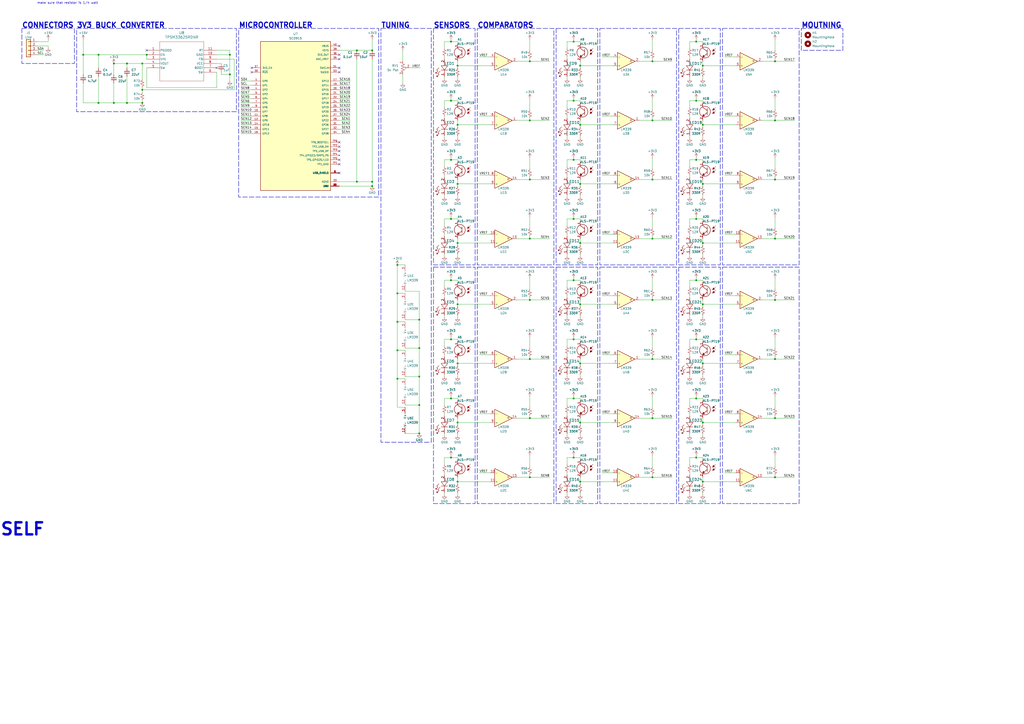
<source format=kicad_sch>
(kicad_sch (version 20230121) (generator eeschema)
  (paper "A2")
  (title_block (title "LINE 3.0 PCB") (date "2023-09-02") (rev "3.0") (company "Team Silverback"))
  (junction (at 378.46 173.99))
  (junction (at 407.67 279.4))
  (junction (at 82.55 36.83))
  (junction (at 336.55 176.53))
  (junction (at 265.43 245.11))
  (junction (at 243.205 234.95))
  (junction (at 265.43 72.39))
  (junction (at 230.505 203.2))
  (junction (at 332.74 92.71))
  (junction (at 307.34 208.28))
  (junction (at 332.74 127))
  (junction (at 243.205 218.44))
  (junction (at 378.46 35.56))
  (junction (at 82.55 59.69))
  (junction (at 336.55 279.4))
  (junction (at 207.01 29.21))
  (junction (at 243.205 185.42))
  (junction (at 307.34 69.85))
  (junction (at 85.09 31.75))
  (junction (at 307.34 104.14))
  (junction (at 261.62 24.13))
  (junction (at 336.55 140.97))
  (junction (at 307.34 276.86))
  (junction (at 307.34 242.57))
  (junction (at 261.62 127))
  (junction (at 407.67 245.11))
  (junction (at 378.46 208.28))
  (junction (at 48.26 31.75))
  (junction (at 403.86 24.13))
  (junction (at 243.205 201.93))
  (junction (at 243.205 251.46))
  (junction (at 403.86 231.14))
  (junction (at 403.86 92.71))
  (junction (at 261.62 162.56))
  (junction (at 378.46 138.43))
  (junction (at 378.46 104.14))
  (junction (at 336.55 106.68))
  (junction (at 82.55 52.07))
  (junction (at 230.505 170.18))
  (junction (at 449.58 276.86))
  (junction (at 261.62 196.85))
  (junction (at 407.67 106.68))
  (junction (at 403.86 58.42))
  (junction (at 407.67 210.82))
  (junction (at 265.43 38.1))
  (junction (at 407.67 72.39))
  (junction (at 66.04 59.69))
  (junction (at 265.43 106.68))
  (junction (at 378.46 242.57))
  (junction (at 332.74 231.14))
  (junction (at 265.43 210.82))
  (junction (at 307.34 173.99))
  (junction (at 403.86 162.56))
  (junction (at 449.58 104.14))
  (junction (at 449.58 35.56))
  (junction (at 449.58 69.85))
  (junction (at 261.62 231.14))
  (junction (at 230.505 186.69))
  (junction (at 215.9 105.41))
  (junction (at 407.67 176.53))
  (junction (at 332.74 58.42))
  (junction (at 261.62 265.43))
  (junction (at 407.67 38.1))
  (junction (at 332.74 162.56))
  (junction (at 336.55 210.82))
  (junction (at 261.62 58.42))
  (junction (at 265.43 140.97))
  (junction (at 230.505 153.67))
  (junction (at 133.35 43.18))
  (junction (at 336.55 38.1))
  (junction (at 261.62 92.71))
  (junction (at 57.15 31.75))
  (junction (at 307.34 35.56))
  (junction (at 378.46 276.86))
  (junction (at 403.86 127))
  (junction (at 332.74 265.43))
  (junction (at 265.43 279.4))
  (junction (at 378.46 69.85))
  (junction (at 307.34 138.43))
  (junction (at 73.66 59.69))
  (junction (at 207.01 105.41))
  (junction (at 403.86 196.85))
  (junction (at 265.43 176.53))
  (junction (at 133.35 31.75))
  (junction (at 336.55 245.11))
  (junction (at 230.505 219.71))
  (junction (at 449.58 138.43))
  (junction (at 403.86 265.43))
  (junction (at 332.74 196.85))
  (junction (at 449.58 173.99))
  (junction (at 215.9 29.21))
  (junction (at 449.58 208.28))
  (junction (at 66.04 36.83))
  (junction (at 215.9 107.95))
  (junction (at 57.15 59.69))
  (junction (at 449.58 242.57))
  (junction (at 73.66 36.83))
  (junction (at 407.67 140.97))
  (junction (at 336.55 72.39))
  (junction (at 332.74 24.13))
  (no_connect (at 196.85 100.33))
  (no_connect (at 125.73 39.37))
  (no_connect (at 85.09 29.21))
  (no_connect (at 196.85 31.75))
  (no_connect (at 196.85 82.55))
  (no_connect (at 146.05 39.37))
  (no_connect (at 196.85 41.91))
  (no_connect (at 196.85 87.63))
  (no_connect (at 196.85 26.67))
  (no_connect (at 196.85 34.29))
  (no_connect (at 196.85 95.25))
  (no_connect (at 196.85 85.09))
  (no_connect (at 196.85 92.71))
  (no_connect (at 146.05 41.91))
  (no_connect (at 196.85 39.37))
  (wire (pts (xy 407.67 38.1) (xy 426.72 38.1)))
  (wire (pts (xy 349.25 101.6) (xy 355.6 101.6)))
  (wire (pts (xy 449.58 125.73) (xy 449.58 132.08)))
  (wire (pts (xy 234.95 168.91) (xy 243.205 168.91)))
  (wire (pts (xy 378.46 172.72) (xy 378.46 173.99)))
  (wire (pts (xy 328.93 147.32) (xy 328.93 148.59)))
  (wire (pts (xy 133.35 43.18) (xy 133.35 46.99)))
  (wire (pts (xy 407.67 38.1) (xy 407.67 39.37)))
  (wire (pts (xy 441.96 138.43) (xy 449.58 138.43)))
  (wire (pts (xy 400.05 78.74) (xy 400.05 80.01)))
  (wire (pts (xy 400.05 265.43) (xy 403.86 265.43)))
  (wire (pts (xy 139.7 59.69) (xy 146.05 59.69)))
  (wire (pts (xy 407.67 127) (xy 407.67 128.27)))
  (wire (pts (xy 400.05 58.42) (xy 400.05 62.23)))
  (wire (pts (xy 215.9 34.29) (xy 215.9 105.41)))
  (wire (pts (xy 441.96 104.14) (xy 449.58 104.14)))
  (wire (pts (xy 370.84 208.28) (xy 378.46 208.28)))
  (wire (pts (xy 378.46 125.73) (xy 378.46 132.08)))
  (wire (pts (xy 257.81 135.89) (xy 257.81 137.16)))
  (wire (pts (xy 400.05 127) (xy 400.05 130.81)))
  (wire (pts (xy 328.93 265.43) (xy 332.74 265.43)))
  (wire (pts (xy 278.13 33.02) (xy 284.48 33.02)))
  (wire (pts (xy 230.505 186.69) (xy 234.95 186.69)))
  (wire (pts (xy 332.74 196.85) (xy 332.74 195.58)))
  (wire (pts (xy 257.81 58.42) (xy 257.81 62.23)))
  (wire (pts (xy 85.09 36.83) (xy 82.55 36.83)))
  (wire (pts (xy 400.05 135.89) (xy 400.05 137.16)))
  (wire (pts (xy 336.55 210.82) (xy 336.55 212.09)))
  (wire (pts (xy 378.46 22.86) (xy 378.46 29.21)))
  (wire (pts (xy 233.68 43.18) (xy 233.68 48.26)))
  (wire (pts (xy 400.05 265.43) (xy 400.05 269.24)))
  (wire (pts (xy 265.43 217.17) (xy 265.43 218.44)))
  (wire (pts (xy 215.9 107.95) (xy 196.85 107.95)))
  (wire (pts (xy 243.205 185.42) (xy 243.205 168.91)))
  (wire (pts (xy 261.62 92.71) (xy 261.62 91.44)))
  (wire (pts (xy 257.81 240.03) (xy 257.81 241.3)))
  (wire (pts (xy 328.93 240.03) (xy 328.93 241.3)))
  (wire (pts (xy 449.58 102.87) (xy 449.58 104.14)))
  (wire (pts (xy 243.205 201.93) (xy 243.205 185.42)))
  (wire (pts (xy 328.93 33.02) (xy 328.93 34.29)))
  (wire (pts (xy 336.55 279.4) (xy 336.55 276.86)))
  (wire (pts (xy 243.205 201.93) (xy 234.95 201.93)))
  (wire (pts (xy 139.7 69.85) (xy 146.05 69.85)))
  (wire (pts (xy 336.55 245.11) (xy 336.55 246.38)))
  (wire (pts (xy 230.505 219.71) (xy 230.505 203.2)))
  (wire (pts (xy 257.81 251.46) (xy 257.81 252.73)))
  (wire (pts (xy 328.93 265.43) (xy 328.93 269.24)))
  (wire (pts (xy 378.46 241.3) (xy 378.46 242.57)))
  (wire (pts (xy 378.46 207.01) (xy 378.46 208.28)))
  (wire (pts (xy 257.81 101.6) (xy 257.81 102.87)))
  (wire (pts (xy 257.81 274.32) (xy 257.81 275.59)))
  (wire (pts (xy 407.67 176.53) (xy 407.67 173.99)))
  (wire (pts (xy 265.43 72.39) (xy 265.43 73.66)))
  (wire (pts (xy 420.37 274.32) (xy 426.72 274.32)))
  (wire (pts (xy 125.73 31.75) (xy 133.35 31.75)))
  (wire (pts (xy 328.93 182.88) (xy 328.93 184.15)))
  (wire (pts (xy 265.43 265.43) (xy 265.43 266.7)))
  (wire (pts (xy 449.58 207.01) (xy 449.58 208.28)))
  (wire (pts (xy 336.55 176.53) (xy 336.55 177.8)))
  (wire (pts (xy 370.84 35.56) (xy 378.46 35.56)))
  (wire (pts (xy 230.505 170.18) (xy 230.505 186.69)))
  (wire (pts (xy 378.46 91.44) (xy 378.46 97.79)))
  (wire (pts (xy 378.46 57.15) (xy 378.46 63.5)))
  (wire (pts (xy 257.81 33.02) (xy 257.81 34.29)))
  (wire (pts (xy 407.67 44.45) (xy 407.67 45.72)))
  (wire (pts (xy 328.93 217.17) (xy 328.93 218.44)))
  (wire (pts (xy 407.67 176.53) (xy 407.67 177.8)))
  (wire (pts (xy 370.84 69.85) (xy 378.46 69.85)))
  (wire (pts (xy 234.95 236.22) (xy 230.505 236.22)))
  (wire (pts (xy 299.72 104.14) (xy 307.34 104.14)))
  (wire (pts (xy 378.46 138.43) (xy 389.89 138.43)))
  (wire (pts (xy 257.81 44.45) (xy 257.81 45.72)))
  (wire (pts (xy 332.74 58.42) (xy 336.55 58.42)))
  (wire (pts (xy 257.81 92.71) (xy 261.62 92.71)))
  (wire (pts (xy 265.43 78.74) (xy 265.43 80.01)))
  (wire (pts (xy 48.26 59.69) (xy 57.15 59.69)))
  (wire (pts (xy 265.43 196.85) (xy 265.43 198.12)))
  (wire (pts (xy 203.2 52.07) (xy 196.85 52.07)))
  (wire (pts (xy 257.81 162.56) (xy 257.81 166.37)))
  (wire (pts (xy 336.55 140.97) (xy 355.6 140.97)))
  (wire (pts (xy 82.55 36.83) (xy 82.55 45.72)))
  (wire (pts (xy 403.86 196.85) (xy 407.67 196.85)))
  (wire (pts (xy 400.05 231.14) (xy 403.86 231.14)))
  (wire (pts (xy 441.96 173.99) (xy 449.58 173.99)))
  (wire (pts (xy 278.13 274.32) (xy 284.48 274.32)))
  (wire (pts (xy 328.93 127) (xy 332.74 127)))
  (wire (pts (xy 82.55 50.8) (xy 82.55 52.07)))
  (wire (pts (xy 207.01 29.21) (xy 215.9 29.21)))
  (wire (pts (xy 203.2 72.39) (xy 196.85 72.39)))
  (wire (pts (xy 82.55 58.42) (xy 82.55 59.69)))
  (wire (pts (xy 332.74 24.13) (xy 332.74 22.86)))
  (wire (pts (xy 139.7 62.23) (xy 146.05 62.23)))
  (wire (pts (xy 243.205 234.95) (xy 243.205 218.44)))
  (wire (pts (xy 407.67 245.11) (xy 407.67 246.38)))
  (wire (pts (xy 265.43 279.4) (xy 265.43 280.67)))
  (wire (pts (xy 449.58 69.85) (xy 461.01 69.85)))
  (wire (pts (xy 27.94 27.94) (xy 27.94 26.67)))
  (wire (pts (xy 336.55 279.4) (xy 355.6 279.4)))
  (wire (pts (xy 407.67 279.4) (xy 407.67 276.86)))
  (wire (pts (xy 243.205 234.95) (xy 234.95 234.95)))
  (wire (pts (xy 407.67 140.97) (xy 407.67 142.24)))
  (wire (pts (xy 257.81 147.32) (xy 257.81 148.59)))
  (wire (pts (xy 349.25 67.31) (xy 355.6 67.31)))
  (wire (pts (xy 349.25 274.32) (xy 355.6 274.32)))
  (wire (pts (xy 349.25 171.45) (xy 355.6 171.45)))
  (wire (pts (xy 265.43 72.39) (xy 284.48 72.39)))
  (wire (pts (xy 230.505 153.67) (xy 234.95 153.67)))
  (wire (pts (xy 133.35 29.21) (xy 133.35 31.75)))
  (wire (pts (xy 261.62 265.43) (xy 265.43 265.43)))
  (wire (pts (xy 407.67 106.68) (xy 426.72 106.68)))
  (wire (pts (xy 328.93 251.46) (xy 328.93 252.73)))
  (wire (pts (xy 48.26 31.75) (xy 57.15 31.75)))
  (wire (pts (xy 203.2 64.77) (xy 196.85 64.77)))
  (wire (pts (xy 336.55 176.53) (xy 336.55 173.99)))
  (wire (pts (xy 48.26 31.75) (xy 48.26 43.18)))
  (wire (pts (xy 57.15 31.75) (xy 57.15 39.37)))
  (wire (pts (xy 332.74 127) (xy 332.74 125.73)))
  (wire (pts (xy 207.01 105.41) (xy 215.9 105.41)))
  (wire (pts (xy 265.43 251.46) (xy 265.43 252.73)))
  (wire (pts (xy 420.37 240.03) (xy 426.72 240.03)))
  (wire (pts (xy 328.93 285.75) (xy 328.93 287.02)))
  (wire (pts (xy 449.58 275.59) (xy 449.58 276.86)))
  (wire (pts (xy 403.86 265.43) (xy 407.67 265.43)))
  (wire (pts (xy 403.86 127) (xy 403.86 125.73)))
  (wire (pts (xy 261.62 24.13) (xy 265.43 24.13)))
  (wire (pts (xy 196.85 54.61) (xy 203.2 54.61)))
  (wire (pts (xy 449.58 195.58) (xy 449.58 201.93)))
  (wire (pts (xy 139.7 57.15) (xy 146.05 57.15)))
  (wire (pts (xy 336.55 127) (xy 336.55 128.27)))
  (wire (pts (xy 257.81 113.03) (xy 257.81 114.3)))
  (wire (pts (xy 265.43 245.11) (xy 265.43 242.57)))
  (wire (pts (xy 307.34 102.87) (xy 307.34 104.14)))
  (wire (pts (xy 307.34 275.59) (xy 307.34 276.86)))
  (wire (pts (xy 336.55 265.43) (xy 336.55 266.7)))
  (wire (pts (xy 403.86 231.14) (xy 403.86 229.87)))
  (wire (pts (xy 336.55 147.32) (xy 336.55 148.59)))
  (wire (pts (xy 449.58 208.28) (xy 461.01 208.28)))
  (wire (pts (xy 407.67 279.4) (xy 426.72 279.4)))
  (wire (pts (xy 336.55 162.56) (xy 336.55 163.83)))
  (wire (pts (xy 261.62 92.71) (xy 265.43 92.71)))
  (wire (pts (xy 403.86 265.43) (xy 403.86 264.16)))
  (wire (pts (xy 125.73 29.21) (xy 133.35 29.21)))
  (wire (pts (xy 407.67 92.71) (xy 407.67 93.98)))
  (wire (pts (xy 328.93 24.13) (xy 328.93 27.94)))
  (wire (pts (xy 420.37 205.74) (xy 426.72 205.74)))
  (wire (pts (xy 307.34 242.57) (xy 318.77 242.57)))
  (wire (pts (xy 257.81 265.43) (xy 261.62 265.43)))
  (wire (pts (xy 57.15 44.45) (xy 57.15 59.69)))
  (wire (pts (xy 27.94 26.67) (xy 21.59 26.67)))
  (wire (pts (xy 243.205 251.46) (xy 234.95 251.46)))
  (wire (pts (xy 449.58 35.56) (xy 461.01 35.56)))
  (wire (pts (xy 307.34 125.73) (xy 307.34 132.08)))
  (wire (pts (xy 378.46 102.87) (xy 378.46 104.14)))
  (wire (pts (xy 139.7 72.39) (xy 146.05 72.39)))
  (wire (pts (xy 332.74 265.43) (xy 336.55 265.43)))
  (wire (pts (xy 332.74 92.71) (xy 332.74 91.44)))
  (wire (pts (xy 332.74 162.56) (xy 336.55 162.56)))
  (wire (pts (xy 230.505 186.69) (xy 230.505 203.2)))
  (wire (pts (xy 370.84 173.99) (xy 378.46 173.99)))
  (wire (pts (xy 420.37 171.45) (xy 426.72 171.45)))
  (wire (pts (xy 407.67 182.88) (xy 407.67 184.15)))
  (wire (pts (xy 378.46 104.14) (xy 389.89 104.14)))
  (wire (pts (xy 328.93 44.45) (xy 328.93 45.72)))
  (wire (pts (xy 400.05 101.6) (xy 400.05 102.87)))
  (wire (pts (xy 400.05 162.56) (xy 400.05 166.37)))
  (wire (pts (xy 349.25 205.74) (xy 355.6 205.74)))
  (wire (pts (xy 203.2 46.99) (xy 196.85 46.99)))
  (wire (pts (xy 328.93 205.74) (xy 328.93 207.01)))
  (wire (pts (xy 265.43 140.97) (xy 265.43 138.43)))
  (wire (pts (xy 336.55 78.74) (xy 336.55 80.01)))
  (wire (pts (xy 403.86 92.71) (xy 407.67 92.71)))
  (wire (pts (xy 336.55 72.39) (xy 336.55 73.66)))
  (wire (pts (xy 299.72 208.28) (xy 307.34 208.28)))
  (wire (pts (xy 307.34 138.43) (xy 318.77 138.43)))
  (wire (pts (xy 234.95 185.42) (xy 243.205 185.42)))
  (wire (pts (xy 400.05 127) (xy 403.86 127)))
  (wire (pts (xy 336.55 44.45) (xy 336.55 45.72)))
  (wire (pts (xy 370.84 104.14) (xy 378.46 104.14)))
  (wire (pts (xy 403.86 24.13) (xy 403.86 22.86)))
  (wire (pts (xy 265.43 72.39) (xy 265.43 69.85)))
  (wire (pts (xy 328.93 196.85) (xy 328.93 200.66)))
  (wire (pts (xy 261.62 24.13) (xy 261.62 22.86)))
  (wire (pts (xy 441.96 69.85) (xy 449.58 69.85)))
  (wire (pts (xy 257.81 231.14) (xy 257.81 234.95)))
  (wire (pts (xy 307.34 57.15) (xy 307.34 63.5)))
  (wire (pts (xy 328.93 101.6) (xy 328.93 102.87)))
  (wire (pts (xy 449.58 104.14) (xy 461.01 104.14)))
  (wire (pts (xy 332.74 58.42) (xy 332.74 57.15)))
  (wire (pts (xy 265.43 44.45) (xy 265.43 45.72)))
  (wire (pts (xy 265.43 113.03) (xy 265.43 114.3)))
  (wire (pts (xy 400.05 33.02) (xy 400.05 34.29)))
  (wire (pts (xy 336.55 38.1) (xy 336.55 35.56)))
  (wire (pts (xy 328.93 92.71) (xy 332.74 92.71)))
  (wire (pts (xy 328.93 231.14) (xy 328.93 234.95)))
  (wire (pts (xy 66.04 59.69) (xy 73.66 59.69)))
  (wire (pts (xy 265.43 24.13) (xy 265.43 25.4)))
  (wire (pts (xy 336.55 24.13) (xy 336.55 25.4)))
  (wire (pts (xy 349.25 33.02) (xy 355.6 33.02)))
  (wire (pts (xy 407.67 72.39) (xy 407.67 73.66)))
  (wire (pts (xy 407.67 265.43) (xy 407.67 266.7)))
  (wire (pts (xy 128.27 43.18) (xy 133.35 43.18)))
  (wire (pts (xy 278.13 67.31) (xy 284.48 67.31)))
  (wire (pts (xy 203.2 57.15) (xy 196.85 57.15)))
  (wire (pts (xy 265.43 210.82) (xy 265.43 208.28)))
  (wire (pts (xy 85.09 34.29) (xy 85.09 31.75)))
  (wire (pts (xy 400.05 274.32) (xy 400.05 275.59)))
  (wire (pts (xy 215.9 105.41) (xy 215.9 107.95)))
  (wire (pts (xy 265.43 127) (xy 265.43 128.27)))
  (wire (pts (xy 328.93 92.71) (xy 328.93 96.52)))
  (wire (pts (xy 378.46 242.57) (xy 389.89 242.57)))
  (wire (pts (xy 336.55 72.39) (xy 355.6 72.39)))
  (wire (pts (xy 407.67 78.74) (xy 407.67 80.01)))
  (wire (pts (xy 332.74 162.56) (xy 332.74 161.29)))
  (wire (pts (xy 261.62 265.43) (xy 261.62 264.16)))
  (wire (pts (xy 400.05 92.71) (xy 400.05 96.52)))
  (wire (pts (xy 139.7 67.31) (xy 146.05 67.31)))
  (wire (pts (xy 332.74 196.85) (xy 336.55 196.85)))
  (wire (pts (xy 400.05 24.13) (xy 400.05 27.94)))
  (wire (pts (xy 378.46 161.29) (xy 378.46 167.64)))
  (wire (pts (xy 407.67 38.1) (xy 407.67 35.56)))
  (wire (pts (xy 230.505 170.18) (xy 234.95 170.18)))
  (wire (pts (xy 265.43 38.1) (xy 265.43 39.37)))
  (wire (pts (xy 328.93 135.89) (xy 328.93 137.16)))
  (wire (pts (xy 407.67 162.56) (xy 407.67 163.83)))
  (wire (pts (xy 265.43 106.68) (xy 284.48 106.68)))
  (wire (pts (xy 336.55 106.68) (xy 355.6 106.68)))
  (wire (pts (xy 307.34 35.56) (xy 318.77 35.56)))
  (wire (pts (xy 332.74 24.13) (xy 336.55 24.13)))
  (wire (pts (xy 257.81 285.75) (xy 257.81 287.02)))
  (wire (pts (xy 403.86 231.14) (xy 407.67 231.14)))
  (wire (pts (xy 407.67 72.39) (xy 426.72 72.39)))
  (wire (pts (xy 336.55 279.4) (xy 336.55 280.67)))
  (wire (pts (xy 237.49 39.37) (xy 243.84 39.37)))
  (wire (pts (xy 378.46 68.58) (xy 378.46 69.85)))
  (wire (pts (xy 257.81 24.13) (xy 261.62 24.13)))
  (wire (pts (xy 336.55 92.71) (xy 336.55 93.98)))
  (wire (pts (xy 370.84 138.43) (xy 378.46 138.43)))
  (wire (pts (xy 307.34 208.28) (xy 318.77 208.28)))
  (wire (pts (xy 400.05 251.46) (xy 400.05 252.73)))
  (wire (pts (xy 407.67 58.42) (xy 407.67 59.69)))
  (wire (pts (xy 400.05 196.85) (xy 403.86 196.85)))
  (wire (pts (xy 378.46 264.16) (xy 378.46 270.51)))
  (wire (pts (xy 307.34 161.29) (xy 307.34 167.64)))
  (wire (pts (xy 400.05 147.32) (xy 400.05 148.59)))
  (wire (pts (xy 449.58 68.58) (xy 449.58 69.85)))
  (wire (pts (xy 407.67 24.13) (xy 407.67 25.4)))
  (wire (pts (xy 328.93 274.32) (xy 328.93 275.59)))
  (wire (pts (xy 278.13 205.74) (xy 284.48 205.74)))
  (wire (pts (xy 139.7 74.93) (xy 146.05 74.93)))
  (wire (pts (xy 196.85 67.31) (xy 203.2 67.31)))
  (wire (pts (xy 265.43 210.82) (xy 284.48 210.82)))
  (wire (pts (xy 449.58 91.44) (xy 449.58 97.79)))
  (wire (pts (xy 407.67 176.53) (xy 426.72 176.53)))
  (wire (pts (xy 234.95 219.71) (xy 230.505 219.71)))
  (wire (pts (xy 449.58 161.29) (xy 449.58 167.64)))
  (wire (pts (xy 336.55 196.85) (xy 336.55 198.12)))
  (wire (pts (xy 449.58 264.16) (xy 449.58 270.51)))
  (wire (pts (xy 57.15 31.75) (xy 85.09 31.75)))
  (wire (pts (xy 336.55 182.88) (xy 336.55 184.15)))
  (wire (pts (xy 420.37 135.89) (xy 426.72 135.89)))
  (wire (pts (xy 378.46 173.99) (xy 389.89 173.99)))
  (wire (pts (xy 336.55 106.68) (xy 336.55 107.95)))
  (wire (pts (xy 400.05 285.75) (xy 400.05 287.02)))
  (wire (pts (xy 328.93 24.13) (xy 332.74 24.13)))
  (wire (pts (xy 257.81 127) (xy 257.81 130.81)))
  (wire (pts (xy 336.55 106.68) (xy 336.55 104.14)))
  (wire (pts (xy 328.93 58.42) (xy 328.93 62.23)))
  (wire (pts (xy 139.7 46.99) (xy 146.05 46.99)))
  (wire (pts (xy 278.13 240.03) (xy 284.48 240.03)))
  (wire (pts (xy 230.505 236.22) (xy 230.505 219.71)))
  (wire (pts (xy 407.67 245.11) (xy 407.67 242.57)))
  (wire (pts (xy 403.86 196.85) (xy 403.86 195.58)))
  (wire (pts (xy 400.05 44.45) (xy 400.05 45.72)))
  (wire (pts (xy 378.46 208.28) (xy 389.89 208.28)))
  (wire (pts (xy 420.37 67.31) (xy 426.72 67.31)))
  (wire (pts (xy 307.34 34.29) (xy 307.34 35.56)))
  (wire (pts (xy 230.505 203.2) (xy 234.95 203.2)))
  (wire (pts (xy 336.55 38.1) (xy 336.55 39.37)))
  (wire (pts (xy 328.93 127) (xy 328.93 130.81)))
  (wire (pts (xy 307.34 241.3) (xy 307.34 242.57)))
  (wire (pts (xy 449.58 173.99) (xy 461.01 173.99)))
  (wire (pts (xy 449.58 34.29) (xy 449.58 35.56)))
  (wire (pts (xy 336.55 58.42) (xy 336.55 59.69)))
  (wire (pts (xy 307.34 195.58) (xy 307.34 201.93)))
  (wire (pts (xy 257.81 127) (xy 261.62 127)))
  (wire (pts (xy 328.93 231.14) (xy 332.74 231.14)))
  (wire (pts (xy 407.67 231.14) (xy 407.67 232.41)))
  (wire (pts (xy 400.05 24.13) (xy 403.86 24.13)))
  (wire (pts (xy 407.67 251.46) (xy 407.67 252.73)))
  (wire (pts (xy 73.66 36.83) (xy 66.04 36.83)))
  (wire (pts (xy 307.34 69.85) (xy 318.77 69.85)))
  (wire (pts (xy 407.67 210.82) (xy 426.72 210.82)))
  (wire (pts (xy 196.85 49.53) (xy 203.2 49.53)))
  (wire (pts (xy 125.73 36.83) (xy 128.27 36.83)))
  (wire (pts (xy 336.55 72.39) (xy 336.55 69.85)))
  (wire (pts (xy 307.34 229.87) (xy 307.34 236.22)))
  (wire (pts (xy 230.505 153.67) (xy 230.505 170.18)))
  (wire (pts (xy 139.7 77.47) (xy 146.05 77.47)))
  (wire (pts (xy 449.58 276.86) (xy 461.01 276.86)))
  (wire (pts (xy 407.67 147.32) (xy 407.67 148.59)))
  (wire (pts (xy 196.85 29.21) (xy 207.01 29.21)))
  (wire (pts (xy 261.62 127) (xy 261.62 125.73)))
  (wire (pts (xy 257.81 196.85) (xy 257.81 200.66)))
  (wire (pts (xy 400.05 162.56) (xy 403.86 162.56)))
  (wire (pts (xy 265.43 279.4) (xy 284.48 279.4)))
  (wire (pts (xy 128.27 41.91) (xy 128.27 43.18)))
  (wire (pts (xy 265.43 210.82) (xy 265.43 212.09)))
  (wire (pts (xy 265.43 245.11) (xy 265.43 246.38)))
  (wire (pts (xy 332.74 231.14) (xy 336.55 231.14)))
  (wire (pts (xy 139.7 54.61) (xy 146.05 54.61)))
  (wire (pts (xy 299.72 35.56) (xy 307.34 35.56)))
  (wire (pts (xy 349.25 135.89) (xy 355.6 135.89)))
  (wire (pts (xy 336.55 285.75) (xy 336.55 287.02)))
  (wire (pts (xy 139.7 49.53) (xy 146.05 49.53)))
  (wire (pts (xy 449.58 137.16) (xy 449.58 138.43)))
  (wire (pts (xy 407.67 113.03) (xy 407.67 114.3)))
  (wire (pts (xy 257.81 217.17) (xy 257.81 218.44)))
  (wire (pts (xy 400.05 58.42) (xy 403.86 58.42)))
  (wire (pts (xy 203.2 59.69) (xy 196.85 59.69)))
  (wire (pts (xy 420.37 101.6) (xy 426.72 101.6)))
  (wire (pts (xy 307.34 173.99) (xy 318.77 173.99)))
  (wire (pts (xy 403.86 162.56) (xy 407.67 162.56)))
  (wire (pts (xy 403.86 58.42) (xy 403.86 57.15)))
  (wire (pts (xy 133.35 31.75) (xy 133.35 43.18)))
  (wire (pts (xy 328.93 58.42) (xy 332.74 58.42)))
  (wire (pts (xy 403.86 127) (xy 407.67 127)))
  (wire (pts (xy 299.72 242.57) (xy 307.34 242.57)))
  (wire (pts (xy 336.55 176.53) (xy 355.6 176.53)))
  (wire (pts (xy 278.13 135.89) (xy 284.48 135.89)))
  (wire (pts (xy 265.43 58.42) (xy 265.43 59.69)))
  (wire (pts (xy 407.67 106.68) (xy 407.67 104.14)))
  (wire (pts (xy 215.9 22.86) (xy 215.9 29.21)))
  (wire (pts (xy 328.93 162.56) (xy 328.93 166.37)))
  (wire (pts (xy 73.66 44.45) (xy 73.66 59.69)))
  (wire (pts (xy 299.72 276.86) (xy 307.34 276.86)))
  (wire (pts (xy 299.72 138.43) (xy 307.34 138.43)))
  (wire (pts (xy 261.62 58.42) (xy 265.43 58.42)))
  (wire (pts (xy 407.67 245.11) (xy 426.72 245.11)))
  (wire (pts (xy 125.73 41.91) (xy 125.73 50.8)))
  (wire (pts (xy 265.43 92.71) (xy 265.43 93.98)))
  (wire (pts (xy 265.43 38.1) (xy 284.48 38.1)))
  (wire (pts (xy 243.205 218.44) (xy 234.95 218.44)))
  (wire (pts (xy 332.74 127) (xy 336.55 127)))
  (wire (pts (xy 261.62 231.14) (xy 265.43 231.14)))
  (wire (pts (xy 261.62 58.42) (xy 261.62 57.15)))
  (wire (pts (xy 307.34 264.16) (xy 307.34 270.51)))
  (wire (pts (xy 400.05 182.88) (xy 400.05 184.15)))
  (wire (pts (xy 257.81 265.43) (xy 257.81 269.24)))
  (wire (pts (xy 328.93 162.56) (xy 332.74 162.56)))
  (wire (pts (xy 27.94 22.86) (xy 27.94 24.13)))
  (wire (pts (xy 299.72 69.85) (xy 307.34 69.85)))
  (wire (pts (xy 378.46 69.85) (xy 389.89 69.85)))
  (wire (pts (xy 403.86 92.71) (xy 403.86 91.44)))
  (wire (pts (xy 403.86 58.42) (xy 407.67 58.42)))
  (wire (pts (xy 336.55 38.1) (xy 355.6 38.1)))
  (wire (pts (xy 139.7 64.77) (xy 146.05 64.77)))
  (wire (pts (xy 441.96 242.57) (xy 449.58 242.57)))
  (wire (pts (xy 257.81 196.85) (xy 261.62 196.85)))
  (wire (pts (xy 265.43 231.14) (xy 265.43 232.41)))
  (wire (pts (xy 349.25 240.03) (xy 355.6 240.03)))
  (wire (pts (xy 370.84 242.57) (xy 378.46 242.57)))
  (wire (pts (xy 48.26 48.26) (xy 48.26 59.69)))
  (wire (pts (xy 257.81 182.88) (xy 257.81 184.15)))
  (wire (pts (xy 265.43 285.75) (xy 265.43 287.02)))
  (wire (pts (xy 332.74 92.71) (xy 336.55 92.71)))
  (wire (pts (xy 378.46 34.29) (xy 378.46 35.56)))
  (wire (pts (xy 336.55 140.97) (xy 336.55 142.24)))
  (wire (pts (xy 135.89 34.29) (xy 135.89 52.07)))
  (wire (pts (xy 261.62 196.85) (xy 265.43 196.85)))
  (wire (pts (xy 73.66 36.83) (xy 73.66 39.37)))
  (wire (pts (xy 207.01 105.41) (xy 196.85 105.41)))
  (wire (pts (xy 328.93 67.31) (xy 328.93 68.58)))
  (wire (pts (xy 400.05 196.85) (xy 400.05 200.66)))
  (wire (pts (xy 332.74 231.14) (xy 332.74 229.87)))
  (wire (pts (xy 265.43 279.4) (xy 265.43 276.86)))
  (wire (pts (xy 135.89 34.29) (xy 125.73 34.29)))
  (wire (pts (xy 336.55 217.17) (xy 336.55 218.44)))
  (wire (pts (xy 407.67 217.17) (xy 407.67 218.44)))
  (wire (pts (xy 261.62 162.56) (xy 265.43 162.56)))
  (wire (pts (xy 57.15 59.69) (xy 66.04 59.69)))
  (wire (pts (xy 407.67 196.85) (xy 407.67 198.12)))
  (wire (pts (xy 407.67 140.97) (xy 407.67 138.43)))
  (wire (pts (xy 441.96 276.86) (xy 449.58 276.86)))
  (wire (pts (xy 307.34 91.44) (xy 307.34 97.79)))
  (wire (pts (xy 307.34 104.14) (xy 318.77 104.14)))
  (wire (pts (xy 82.55 52.07) (xy 82.55 53.34)))
  (wire (pts (xy 328.93 78.74) (xy 328.93 80.01)))
  (wire (pts (xy 400.05 171.45) (xy 400.05 172.72)))
  (wire (pts (xy 265.43 245.11) (xy 284.48 245.11)))
  (wire (pts (xy 203.2 62.23) (xy 196.85 62.23)))
  (wire (pts (xy 449.58 138.43) (xy 461.01 138.43)))
  (wire (pts (xy 257.81 231.14) (xy 261.62 231.14)))
  (wire (pts (xy 265.43 182.88) (xy 265.43 184.15)))
  (wire (pts (xy 449.58 242.57) (xy 461.01 242.57)))
  (wire (pts (xy 85.09 50.8) (xy 85.09 39.37)))
  (wire (pts (xy 257.81 205.74) (xy 257.81 207.01)))
  (wire (pts (xy 407.67 279.4) (xy 407.67 280.67)))
  (wire (pts (xy 407.67 210.82) (xy 407.67 208.28)))
  (wire (pts (xy 307.34 68.58) (xy 307.34 69.85)))
  (wire (pts (xy 336.55 251.46) (xy 336.55 252.73)))
  (wire (pts (xy 336.55 210.82) (xy 336.55 208.28)))
  (wire (pts (xy 125.73 50.8) (xy 85.09 50.8)))
  (wire (pts (xy 307.34 22.86) (xy 307.34 29.21)))
  (wire (pts (xy 243.205 218.44) (xy 243.205 201.93)))
  (wire (pts (xy 332.74 265.43) (xy 332.74 264.16)))
  (wire (pts (xy 400.05 240.03) (xy 400.05 241.3)))
  (wire (pts (xy 407.67 106.68) (xy 407.67 107.95)))
  (wire (pts (xy 378.46 275.59) (xy 378.46 276.86)))
  (wire (pts (xy 407.67 210.82) (xy 407.67 212.09)))
  (wire (pts (xy 265.43 38.1) (xy 265.43 35.56)))
  (wire (pts (xy 257.81 171.45) (xy 257.81 172.72)))
  (wire (pts (xy 400.05 113.03) (xy 400.05 114.3)))
  (wire (pts (xy 307.34 276.86) (xy 318.77 276.86)))
  (wire (pts (xy 400.05 67.31) (xy 400.05 68.58)))
  (wire (pts (xy 66.04 48.26) (xy 66.04 59.69)))
  (wire (pts (xy 261.62 231.14) (xy 261.62 229.87)))
  (wire (pts (xy 278.13 171.45) (xy 284.48 171.45)))
  (wire (pts (xy 265.43 147.32) (xy 265.43 148.59)))
  (wire (pts (xy 403.86 24.13) (xy 407.67 24.13)))
  (wire (pts (xy 407.67 140.97) (xy 426.72 140.97)))
  (wire (pts (xy 307.34 172.72) (xy 307.34 173.99)))
  (wire (pts (xy 265.43 176.53) (xy 265.43 173.99)))
  (wire (pts (xy 299.72 173.99) (xy 307.34 173.99)))
  (wire (pts (xy 203.2 69.85) (xy 196.85 69.85)))
  (wire (pts (xy 203.2 77.47) (xy 196.85 77.47)))
  (wire (pts (xy 378.46 137.16) (xy 378.46 138.43)))
  (wire (pts (xy 257.81 162.56) (xy 261.62 162.56)))
  (wire (pts (xy 265.43 106.68) (xy 265.43 107.95)))
  (wire (pts (xy 336.55 245.11) (xy 336.55 242.57)))
  (wire (pts (xy 400.05 92.71) (xy 403.86 92.71)))
  (wire (pts (xy 400.05 217.17) (xy 400.05 218.44)))
  (wire (pts (xy 21.59 31.75) (xy 25.4 31.75)))
  (wire (pts (xy 407.67 285.75) (xy 407.67 287.02)))
  (wire (pts (xy 441.96 35.56) (xy 449.58 35.56)))
  (wire (pts (xy 257.81 58.42) (xy 261.62 58.42)))
  (wire (pts (xy 265.43 140.97) (xy 284.48 140.97)))
  (wire (pts (xy 378.46 195.58) (xy 378.46 201.93)))
  (wire (pts (xy 449.58 172.72) (xy 449.58 173.99)))
  (wire (pts (xy 378.46 276.86) (xy 389.89 276.86)))
  (wire (pts (xy 278.13 101.6) (xy 284.48 101.6)))
  (wire (pts (xy 336.55 245.11) (xy 355.6 245.11)))
  (wire (pts (xy 207.01 105.41) (xy 207.01 34.29)))
  (wire (pts (xy 261.62 162.56) (xy 261.62 161.29)))
  (wire (pts (xy 400.05 231.14) (xy 400.05 234.95)))
  (wire (pts (xy 403.86 162.56) (xy 403.86 161.29)))
  (wire (pts (xy 257.81 24.13) (xy 257.81 27.94)))
  (wire (pts (xy 400.05 205.74) (xy 400.05 207.01)))
  (wire (pts (xy 82.55 52.07) (xy 135.89 52.07)))
  (wire (pts (xy 48.26 31.75) (xy 48.26 22.86)))
  (wire (pts (xy 328.93 171.45) (xy 328.93 172.72)))
  (wire (pts (xy 139.7 52.07) (xy 146.05 52.07)))
  (wire (pts (xy 203.2 74.93) (xy 196.85 74.93)))
  (wire (pts (xy 328.93 196.85) (xy 332.74 196.85)))
  (wire (pts (xy 420.37 33.02) (xy 426.72 33.02)))
  (wire (pts (xy 265.43 176.53) (xy 265.43 177.8)))
  (wire (pts (xy 66.04 36.83) (xy 66.04 43.18)))
  (wire (pts (xy 265.43 106.68) (xy 265.43 104.14)))
  (wire (pts (xy 233.68 29.21) (xy 233.68 35.56)))
  (wire (pts (xy 265.43 140.97) (xy 265.43 142.24)))
  (wire (pts (xy 449.58 22.86) (xy 449.58 29.21)))
  (wire (pts (xy 261.62 127) (xy 265.43 127)))
  (wire (pts (xy 243.205 251.46) (xy 243.205 234.95)))
  (wire (pts (xy 265.43 176.53) (xy 284.48 176.53)))
  (wire (pts (xy 449.58 229.87) (xy 449.58 236.22)))
  (wire (pts (xy 261.62 196.85) (xy 261.62 195.58)))
  (wire (pts (xy 378.46 35.56) (xy 389.89 35.56)))
  (wire (pts (xy 336.55 140.97) (xy 336.55 138.43)))
  (wire (pts (xy 441.96 208.28) (xy 449.58 208.28)))
  (wire (pts (xy 257.81 78.74) (xy 257.81 80.01)))
  (wire (pts (xy 449.58 57.15) (xy 449.58 63.5)))
  (wire (pts (xy 73.66 59.69) (xy 82.55 59.69)))
  (wire (pts (xy 82.55 36.83) (xy 73.66 36.83)))
  (wire (pts (xy 307.34 137.16) (xy 307.34 138.43)))
  (wire (pts (xy 21.59 29.21) (xy 25.4 29.21)))
  (wire (pts (xy 307.34 207.01) (xy 307.34 208.28)))
  (wire (pts (xy 328.93 113.03) (xy 328.93 114.3)))
  (wire (pts (xy 378.46 229.87) (xy 378.46 236.22)))
  (wire (pts (xy 257.81 92.71) (xy 257.81 96.52)))
  (wire (pts (xy 265.43 162.56) (xy 265.43 163.83)))
  (wire (pts (xy 27.94 24.13) (xy 21.59 24.13)))
  (wire (pts (xy 407.67 72.39) (xy 407.67 69.85)))
  (wire (pts (xy 370.84 276.86) (xy 378.46 276.86)))
  (wire (pts (xy 336.55 231.14) (xy 336.55 232.41)))
  (wire (pts (xy 336.55 113.03) (xy 336.55 114.3)))
  (wire (pts (xy 336.55 210.82) (xy 355.6 210.82)))
  (wire (pts (xy 257.81 67.31) (xy 257.81 68.58)))
  (wire (pts (xy 449.58 241.3) (xy 449.58 242.57)))
  (rectangle (start 419.1 154.94) (end 463.55 292.1) (stroke (width 0.254) (type dash)))
  (rectangle (start 464.82 16.51) (end 488.95 29.21) (stroke (width 0.254) (type dash)))
  (rectangle (start 276.86 154.94) (end 321.31 292.1) (stroke (width 0.254) (type dash)))
  (rectangle (start 12.7 16.51) (end 43.18 36.83) (stroke (width 0.254) (type dash)))
  (rectangle (start 393.7 154.94) (end 417.83 292.1) (stroke (width 0.254) (type dash)))
  (rectangle (start 251.46 154.94) (end 275.59 292.1) (stroke (width 0.254) (type dash)))
  (rectangle (start 419.1 16.51) (end 463.55 153.67) (stroke (width 0.254) (type dash)))
  (rectangle (start 393.7 16.51) (end 417.83 153.67) (stroke (width 0.254) (type dash)))
  (rectangle (start 347.98 154.94) (end 392.43 292.1) (stroke (width 0.254) (type dash)))
  (rectangle (start 322.58 154.94) (end 346.71 292.1) (stroke (width 0.254) (type dash)))
  (rectangle (start 322.58 16.51) (end 346.71 153.67) (stroke (width 0.254) (type dash)))
  (rectangle (start 276.86 16.51) (end 321.31 153.67) (stroke (width 0.254) (type dash)))
  (rectangle (start 347.98 16.51) (end 392.43 153.67) (stroke (width 0.254) (type dash)))
  (rectangle (start 44.45 16.51) (end 137.16 64.77) (stroke (width 0.254) (type dash)))
  (rectangle (start 251.46 16.51) (end 275.59 153.67) (stroke (width 0.254) (type dash)))
  (rectangle (start 220.98 16.51) (end 250.19 256.54) (stroke (width 0.254) (type dash)))
  (rectangle (start 138.43 16.51) (end 219.71 114.3) (stroke (width 0.254) (type dash)))
  (text "NOTES TO SELF" (at -56.515 311.15 0) (effects (font (size 7 7) (thickness 1.4) bold) (justify left bottom)))
  (text "NEXT STEPS:\n\n\nMAYBE:\n\n\nThings that are being tested:\n- buck converter circuit\n- potentimeter voltage divider circuit\n- comparator circuit\n- leds on 3v3" (at -52.705 335.28 0) (effects (font (size 1.27 1.27)) (justify left bottom)))
  (text "MOUTNING" (at 464.82 16.51 0) (effects (font (size 3 3) (thickness 0.6) bold) (justify left bottom)))
  (text "SENSORS" (at 251.46 16.51 0) (effects (font (size 3 3) (thickness 0.6) bold) (justify left bottom)))
  (text "TUNING" (at 220.98 16.51 0) (effects (font (size 3 3) (thickness 0.6) bold) (justify left bottom)))
  (text "make sure that resistor is 1/4 watt" (at 21.59 2.54 0) (effects (font (size 1.27 1.27)) (justify left bottom)))
  (text "CONNECTORS" (at 12.7 16.51 0) (effects (font (size 3 3) (thickness 0.6) bold) (justify left bottom)))
  (text "3V3 BUCK CONVERTER" (at 44.45 16.51 0) (effects (font (size 3 3) (thickness 0.6) bold) (justify left bottom)))
  (text "MICROCONTROLLER" (at 138.43 16.51 0) (effects (font (size 3 3) (thickness 0.6) bold) (justify left bottom)))
  (text "COMPARATORS" (at 276.86 16.51 0) (effects (font (size 3 3) (thickness 0.6) bold) (justify left bottom)))
  (label "SEN20" (at 461.01 138.43 180))
  (label "SDA" (at 139.7 46.99 0))
  (label "VREF" (at 420.37 33.02 0))
  (label "SEN17" (at 203.2 49.53 180))
  (label "SEN22" (at 203.2 62.23 180))
  (label "SEN2" (at 318.77 69.85 180))
  (label "VREF" (at 278.13 135.89 0))
  (label "VREF" (at 420.37 274.32 0))
  (label "SEN22" (at 461.01 208.28 180))
  (label "SEN13" (at 389.89 173.99 180))
  (label "VREF" (at 420.37 101.6 0))
  (label "SEN5" (at 139.7 57.15 0))
  (label "VREF1" (at 278.13 101.6 0))
  (label "SEN8" (at 318.77 276.86 180))
  (label "SEN19" (at 461.01 104.14 180))
  (label "SEN21" (at 203.2 59.69 180))
  (label "SEN23" (at 461.01 242.57 180))
  (label "VREF" (at 420.37 205.74 0))
  (label "SEN2" (at 203.2 72.39 180))
  (label "SEN6" (at 139.7 59.69 0))
  (label "SEN10" (at 389.89 69.85 180))
  (label "SEN11" (at 389.89 104.14 180))
  (label "VREF" (at 420.37 135.89 0))
  (label "VREF" (at 420.37 171.45 0))
  (label "SEN15" (at 389.89 242.57 180))
  (label "SEN10" (at 139.7 64.77 0))
  (label "SEN13" (at 139.7 72.39 0))
  (label "SEN24" (at 203.2 67.31 180))
  (label "VREF" (at 349.25 240.03 0))
  (label "SEN4" (at 203.2 77.47 180))
  (label "VREF" (at 420.37 67.31 0))
  (label "VREF" (at 278.13 205.74 0))
  (label "VREF" (at 349.25 205.74 0))
  (label "SEN1" (at 318.77 35.56 180))
  (label "SCL" (at 25.4 31.75 180))
  (label "SEN21" (at 461.01 173.99 180))
  (label "VREF" (at 349.25 171.45 0))
  (label "SEN12" (at 389.89 138.43 180))
  (label "SEN8" (at 139.7 52.07 0))
  (label "SEN16" (at 389.89 276.86 180))
  (label "VREF" (at 349.25 101.6 0))
  (label "SEN14" (at 139.7 74.93 0))
  (label "SEN5" (at 318.77 173.99 180))
  (label "VREF" (at 349.25 67.31 0))
  (label "VREF" (at 278.13 67.31 0))
  (label "SEN18" (at 203.2 52.07 180))
  (label "SEN19" (at 203.2 57.15 180))
  (label "SEN23" (at 203.2 64.77 180))
  (label "SEN24" (at 461.01 276.86 180))
  (label "SEN7" (at 318.77 242.57 180))
  (label "VREF" (at 349.25 135.89 0))
  (label "SEN17" (at 461.01 35.56 180))
  (label "SEN9" (at 389.89 35.56 180))
  (label "VREF" (at 278.13 274.32 0))
  (label "SEN14" (at 389.89 208.28 180))
  (label "SEN6" (at 318.77 208.28 180))
  (label "SEN4" (at 318.77 138.43 180))
  (label "SEN20" (at 203.2 54.61 180))
  (label "VREF" (at 349.25 33.02 0))
  (label "SCL" (at 139.7 49.53 0))
  (label "SEN9" (at 139.7 62.23 0))
  (label "SEN16" (at 203.2 46.99 180))
  (label "VREF" (at 278.13 33.02 0))
  (label "SDA" (at 25.4 29.21 180))
  (label "SEN1" (at 203.2 69.85 180))
  (label "SEN7" (at 139.7 54.61 0))
  (label "VREF" (at 420.37 240.03 0))
  (label "VREF" (at 278.13 240.03 0))
  (label "SEN3" (at 203.2 74.93 180))
  (label "SEN12" (at 139.7 69.85 0))
  (label "VREF" (at 349.25 274.32 0))
  (label "VREF" (at 278.13 171.45 0))
  (label "SEN18" (at 461.01 69.85 180))
  (label "SEN11" (at 139.7 67.31 0))
  (label "SEN15" (at 139.7 77.47 0))
  (label "VREF" (at 243.84 39.37 180))
  (label "SEN3" (at 318.77 104.14 180))
  (symbol (lib_id "Device:R_Small_US") (at 400.05 237.49 0) (unit 1)
    (property "Reference" "R23" (at 401.32 236.22 0) (effects (justify left)))
    (property "Value" "12R" (at 401.32 238.76 0) (effects (justify left)))
    (property "Footprint" "digikey-footprints:0805" (effects hide))
  )
  (symbol (lib_id "Device:R_Small_US") (at 307.34 204.47 0) (mirror x) (unit 1)
    (property "Reference" "R54" (at 306.07 203.2 0) (effects (justify right)))
    (property "Value" "10k" (at 306.07 205.74 0) (effects (justify right)))
    (property "Footprint" "digikey-footprints:0805" (effects hide))
  )
  (symbol (lib_id "Comparator:LM339") (at 237.49 243.84 0) (unit 5)
    (property "Reference" "U6" (at 236.22 242.57 0) (effects (justify left)))
    (property "Value" "LM339" (at 236.22 245.11 0) (effects (justify left)))
    (property "Footprint" "digikey-footprints:TSSOP-14_W4.4mm" (effects hide))
    (property "Datasheet" "https://www.st.com/resource/en/datasheet/lm139.pdf" (effects hide))
  )
  (symbol (lib_id "power:GND") (at 336.55 184.15 0) (unit 1)
    (property "Reference" "#PWR077" (effects hide))
    (property "Value" "GND" (at 336.55 187.96 0))
  )
  (symbol (lib_id "JB2835AWT-W-U30GA0000-N0000001:JB2835AWT-W-U30GA0000-N0000001") (at 257.81 207.01 90) (mirror x) (unit 1)
    (property "Reference" "LED6" (at 257.81 209.55 90) (effects (font (size 1.524 1.524)) (justify right)))
    (property "Value" "JB2835AWT-W-U30GA0000-N0000001" (effects hide))
    (property "Footprint" "JB2835AWT-W-U30GA0000-N0000001:LED_J2835_CRW" (effects hide))
    (property "Datasheet" "JB2835AWT-W-U30GA0000-N0000001" (effects hide))
  )
  (symbol (lib_id "Mechanical:MountingHole") (at 468.63 25.4 0) (unit 1)
    (property "Reference" "H2" (at 471.17 24.13 0) (effects (justify left)))
    (property "Value" "MountingHole" (at 471.17 26.67 0) (effects (justify left)))
    (property "Footprint" "MountingHole:MountingHole_3.2mm_M3" (effects hide))
  )
  (symbol (lib_id "Device:C_Small") (at 215.9 31.75 180) (unit 1)
    (property "Reference" "C2" (at 213.36 30.48 0) (effects (justify left)))
    (property "Value" "10uF" (at 213.36 33.02 0) (effects (justify left)))
    (property "Footprint" "digikey-footprints:0805" (effects hide))
  )
  (symbol (lib_id "Device:R_Small_US") (at 378.46 273.05 0) (mirror x) (unit 1)
    (property "Reference" "R64" (at 377.19 271.78 0) (effects (justify right)))
    (property "Value" "10k" (at 377.19 274.32 0) (effects (justify right)))
    (property "Footprint" "digikey-footprints:0805" (effects hide))
  )
  (symbol (lib_id "power:GND") (at 265.43 287.02 0) (unit 1)
    (property "Reference" "#PWR072" (effects hide))
    (property "Value" "GND" (at 265.43 290.83 0))
  )
  (symbol (lib_id "Comparator:LM339") (at 434.34 173.99 0) (mirror x) (unit 1)
    (property "Reference" "U6" (at 434.34 181.61 0))
    (property "Value" "LM339" (at 434.34 179.07 0))
    (property "Footprint" "digikey-footprints:TSSOP-14_W4.4mm" (effects hide))
    (property "Datasheet" "https://www.st.com/resource/en/datasheet/lm139.pdf" (effects hide))
  )
  (symbol (lib_id "JB2835AWT-W-U30GA0000-N0000001:JB2835AWT-W-U30GA0000-N0000001") (at 257.81 34.29 90) (mirror x) (unit 1)
    (property "Reference" "LED1" (at 257.81 36.83 90) (effects (font (size 1.524 1.524)) (justify right)))
    (property "Value" "JB2835AWT-W-U30GA0000-N0000001" (effects hide))
    (property "Footprint" "JB2835AWT-W-U30GA0000-N0000001:LED_J2835_CRW" (effects hide))
    (property "Datasheet" "JB2835AWT-W-U30GA0000-N0000001" (effects hide))
  )
  (symbol (lib_id "power:+3V3") (at 261.62 195.58 0) (unit 1)
    (property "Reference" "#PWR046" (effects hide))
    (property "Value" "+3V3" (at 261.62 191.77 0))
  )
  (symbol (lib_id "power:GND") (at 265.43 80.01 0) (unit 1)
    (property "Reference" "#PWR066" (effects hide))
    (property "Value" "GND" (at 265.43 83.82 0))
  )
  (symbol (lib_id "ALS-PT19-315C_L177_TR8:ALS-PT19-315C{slash}L177{slash}TR8") (at 267.97 99.06 0) (mirror y) (unit 1)
    (property "Reference" "A3" (at 265.43 91.44 0) (effects (justify right)))
    (property "Value" "ALS-PT19" (at 265.43 93.98 0) (effects (justify right)))
    (property "Footprint" "ALS-PT19-315C_L177_TR8:XDCR_ALS-PT19-315C_L177_TR8" (effects hide))
    (property "MAXIMUM_PACKAGE_HEIGHT" "0.7 mm" (effects hide))
    (property "STANDARD" "Manufacturer Recommendations" (effects hide))
    (property "PARTREV" "5" (effects hide))
    (property "MANUFACTURER" "Everlight" (effects hide))
  )
  (symbol (lib_id "power:GND") (at 328.93 184.15 0) (unit 1)
    (property "Reference" "#PWR029" (effects hide))
    (property "Value" "GND" (at 328.93 187.96 0))
  )
  (symbol (lib_id "Device:R_Small_US") (at 449.58 273.05 0) (mirror x) (unit 1)
    (property "Reference" "R72" (at 448.31 271.78 0) (effects (justify right)))
    (property "Value" "10k" (at 448.31 274.32 0) (effects (justify right)))
    (property "Footprint" "digikey-footprints:0805" (effects hide))
  )
  (symbol (lib_id "power:GND") (at 400.05 252.73 0) (unit 1)
    (property "Reference" "#PWR039" (effects hide))
    (property "Value" "GND" (at 400.05 256.54 0))
  )
  (symbol (lib_id "JB2835AWT-W-U30GA0000-N0000001:JB2835AWT-W-U30GA0000-N0000001") (at 257.81 241.3 90) (mirror x) (unit 1)
    (property "Reference" "LED7" (at 257.81 243.84 90) (effects (font (size 1.524 1.524)) (justify right)))
    (property "Value" "JB2835AWT-W-U30GA0000-N0000001" (effects hide))
    (property "Footprint" "JB2835AWT-W-U30GA0000-N0000001:LED_J2835_CRW" (effects hide))
    (property "Datasheet" "JB2835AWT-W-U30GA0000-N0000001" (effects hide))
  )
  (symbol (lib_id "power:+3V3") (at 66.04 36.83 0) (unit 1)
    (property "Reference" "#PWR06" (effects hide))
    (property "Value" "+3V3" (at 66.04 33.02 0))
  )
  (symbol (lib_id "ALS-PT19-315C_L177_TR8:ALS-PT19-315C{slash}L177{slash}TR8") (at 339.09 99.06 0) (mirror y) (unit 1)
    (property "Reference" "A11" (at 336.55 91.44 0) (effects (justify right)))
    (property "Value" "ALS-PT19" (at 336.55 93.98 0) (effects (justify right)))
    (property "Footprint" "ALS-PT19-315C_L177_TR8:XDCR_ALS-PT19-315C_L177_TR8" (effects hide))
    (property "MAXIMUM_PACKAGE_HEIGHT" "0.7 mm" (effects hide))
    (property "STANDARD" "Manufacturer Recommendations" (effects hide))
    (property "PARTREV" "5" (effects hide))
    (property "MANUFACTURER" "Everlight" (effects hide))
  )
  (symbol (lib_id "power:GND") (at 407.67 80.01 0) (unit 1)
    (property "Reference" "#PWR082" (effects hide))
    (property "Value" "GND" (at 407.67 83.82 0))
  )
  (symbol (lib_id "Device:R_Small_US") (at 336.55 248.92 0) (mirror x) (unit 1)
    (property "Reference" "R39" (at 335.28 247.65 0) (effects (justify right)))
    (property "Value" "330R" (at 335.28 250.19 0) (effects (justify right)))
    (property "Footprint" "digikey-footprints:0805" (effects hide))
  )
  (symbol (lib_id "Comparator:LM339") (at 434.34 104.14 0) (mirror x) (unit 4)
    (property "Reference" "U5" (at 434.34 111.76 0))
    (property "Value" "LM339" (at 434.34 109.22 0))
    (property "Footprint" "digikey-footprints:TSSOP-14_W4.4mm" (effects hide))
    (property "Datasheet" "https://www.st.com/resource/en/datasheet/lm139.pdf" (effects hide))
  )
  (symbol (lib_id "power:+3V3") (at 233.68 29.21 0) (unit 1)
    (property "Reference" "#PWR010" (effects hide))
    (property "Value" "+3V3" (at 233.68 25.4 0))
  )
  (symbol (lib_id "power:GND") (at 336.55 287.02 0) (unit 1)
    (property "Reference" "#PWR080" (effects hide))
    (property "Value" "GND" (at 336.55 290.83 0))
  )
  (symbol (lib_id "JB2835AWT-W-U30GA0000-N0000001:JB2835AWT-W-U30GA0000-N0000001") (at 400.05 68.58 90) (mirror x) (unit 1)
    (property "Reference" "LED18" (at 400.05 71.12 90) (effects (font (size 1.524 1.524)) (justify right)))
    (property "Value" "JB2835AWT-W-U30GA0000-N0000001" (effects hide))
    (property "Footprint" "JB2835AWT-W-U30GA0000-N0000001:LED_J2835_CRW" (effects hide))
    (property "Datasheet" "JB2835AWT-W-U30GA0000-N0000001" (effects hide))
  )
  (symbol (lib_id "Device:C_Small") (at 73.66 41.91 0) (unit 1)
    (property "Reference" "C7" (at 76.2 40.6463 0) (effects (justify left)))
    (property "Value" "22uF" (at 76.2 43.1863 0) (effects (justify left)))
    (property "Footprint" "Capacitor_SMD:C_0805_2012Metric" (effects hide))
  )
  (symbol (lib_id "power:GND") (at 400.05 287.02 0) (unit 1)
    (property "Reference" "#PWR040" (effects hide))
    (property "Value" "GND" (at 400.05 290.83 0))
  )
  (symbol (lib_id "power:+3V3") (at 215.9 22.86 0) (unit 1)
    (property "Reference" "#PWR0113" (effects hide))
    (property "Value" "+3V3" (at 215.9 19.05 0))
  )
  (symbol (lib_id "Device:R_Small_US") (at 265.43 180.34 0) (mirror x) (unit 1)
    (property "Reference" "R29" (at 264.16 179.07 0) (effects (justify right)))
    (property "Value" "330R" (at 264.16 181.61 0) (effects (justify right)))
    (property "Footprint" "digikey-footprints:0805" (effects hide))
  )
  (symbol (lib_id "Device:R_Small_US") (at 265.43 248.92 0) (mirror x) (unit 1)
    (property "Reference" "R31" (at 264.16 247.65 0) (effects (justify right)))
    (property "Value" "330R" (at 264.16 250.19 0) (effects (justify right)))
    (property "Footprint" "digikey-footprints:0805" (effects hide))
  )
  (symbol (lib_id "power:GND") (at 265.43 218.44 0) (unit 1)
    (property "Reference" "#PWR070" (effects hide))
    (property "Value" "GND" (at 265.43 222.25 0))
  )
  (symbol (lib_id "JB2835AWT-W-U30GA0000-N0000001:JB2835AWT-W-U30GA0000-N0000001") (at 257.81 137.16 90) (mirror x) (unit 1)
    (property "Reference" "LED4" (at 257.81 139.7 90) (effects (font (size 1.524 1.524)) (justify right)))
    (property "Value" "JB2835AWT-W-U30GA0000-N0000001" (effects hide))
    (property "Footprint" "JB2835AWT-W-U30GA0000-N0000001:LED_J2835_CRW" (effects hide))
    (property "Datasheet" "JB2835AWT-W-U30GA0000-N0000001" (effects hide))
  )
  (symbol (lib_id "JB2835AWT-W-U30GA0000-N0000001:JB2835AWT-W-U30GA0000-N0000001") (at 328.93 102.87 90) (mirror x) (unit 1)
    (property "Reference" "LED11" (at 328.93 105.41 90) (effects (font (size 1.524 1.524)) (justify right)))
    (property "Value" "JB2835AWT-W-U30GA0000-N0000001" (effects hide))
    (property "Footprint" "JB2835AWT-W-U30GA0000-N0000001:LED_J2835_CRW" (effects hide))
    (property "Datasheet" "JB2835AWT-W-U30GA0000-N0000001" (effects hide))
  )
  (symbol (lib_id "Device:R_Small_US") (at 407.67 110.49 0) (mirror x) (unit 1)
    (property "Reference" "R43" (at 406.4 109.22 0) (effects (justify right)))
    (property "Value" "330R" (at 406.4 111.76 0) (effects (justify right)))
    (property "Footprint" "digikey-footprints:0805" (effects hide))
  )
  (symbol (lib_id "power:GND") (at 233.68 48.26 0) (unit 1)
    (property "Reference" "#PWR011" (effects hide))
    (property "Value" "GND" (at 233.68 52.07 0))
  )
  (symbol (lib_id "ALS-PT19-315C_L177_TR8:ALS-PT19-315C{slash}L177{slash}TR8") (at 267.97 30.48 0) (mirror y) (unit 1)
    (property "Reference" "A1" (at 265.43 22.86 0) (effects (justify right)))
    (property "Value" "ALS-PT19" (at 265.43 25.4 0) (effects (justify right)))
    (property "Footprint" "Resistor_SMD:R_1210_3225Metric" (effects hide))
    (property "MAXIMUM_PACKAGE_HEIGHT" "0.7 mm" (effects hide))
    (property "STANDARD" "Manufacturer Recommendations" (effects hide))
    (property "PARTREV" "5" (effects hide))
    (property "MANUFACTURER" "Everlight" (effects hide))
  )
  (symbol (lib_id "power:+3V3") (at 403.86 161.29 0) (unit 1)
    (property "Reference" "#PWR061" (effects hide))
    (property "Value" "+3V3" (at 403.86 157.48 0))
  )
  (symbol (lib_id "Device:R_Small_US") (at 265.43 76.2 0) (mirror x) (unit 1)
    (property "Reference" "R26" (at 264.16 74.93 0) (effects (justify right)))
    (property "Value" "330R" (at 264.16 77.47 0) (effects (justify right)))
    (property "Footprint" "digikey-footprints:0805" (effects hide))
  )
  (symbol (lib_id "Device:R_Small_US") (at 257.81 133.35 0) (unit 1)
    (property "Reference" "R4" (at 259.08 132.08 0) (effects (justify left)))
    (property "Value" "12R" (at 259.08 134.62 0) (effects (justify left)))
    (property "Footprint" "digikey-footprints:0805" (effects hide))
  )
  (symbol (lib_id "power:+3V3") (at 449.58 229.87 0) (unit 1)
    (property "Reference" "#PWR0111" (effects hide))
    (property "Value" "+3V3" (at 449.58 226.06 0))
  )
  (symbol (lib_id "Device:R_Small_US") (at 257.81 271.78 0) (unit 1)
    (property "Reference" "R8" (at 259.08 270.51 0) (effects (justify left)))
    (property "Value" "12R" (at 259.08 273.05 0) (effects (justify left)))
    (property "Footprint" "digikey-footprints:0805" (effects hide))
  )
  (symbol (lib_id "Device:R_Small_US") (at 257.81 168.91 0) (unit 1)
    (property "Reference" "R5" (at 259.08 167.64 0) (effects (justify left)))
    (property "Value" "12R" (at 259.08 170.18 0) (effects (justify left)))
    (property "Footprint" "digikey-footprints:0805" (effects hide))
  )
  (symbol (lib_id "power:+3V3") (at 307.34 195.58 0) (unit 1)
    (property "Reference" "#PWR094" (effects hide))
    (property "Value" "+3V3" (at 307.34 191.77 0))
  )
  (symbol (lib_id "Device:R_Small_US") (at 336.55 76.2 0) (mirror x) (unit 1)
    (property "Reference" "R34" (at 335.28 74.93 0) (effects (justify right)))
    (property "Value" "330R" (at 335.28 77.47 0) (effects (justify right)))
    (property "Footprint" "digikey-footprints:0805" (effects hide))
  )
  (symbol (lib_id "Device:R_Small_US") (at 265.43 144.78 0) (mirror x) (unit 1)
    (property "Reference" "R28" (at 264.16 143.51 0) (effects (justify right)))
    (property "Value" "330R" (at 264.16 146.05 0) (effects (justify right)))
    (property "Footprint" "digikey-footprints:0805" (effects hide))
  )
  (symbol (lib_id "power:+3V3") (at 332.74 22.86 0) (unit 1)
    (property "Reference" "#PWR049" (effects hide))
    (property "Value" "+3V3" (at 332.74 19.05 0))
  )
  (symbol (lib_id "ALS-PT19-315C_L177_TR8:ALS-PT19-315C{slash}L177{slash}TR8") (at 339.09 168.91 0) (mirror y) (unit 1)
    (property "Reference" "A13" (at 336.55 161.29 0) (effects (justify right)))
    (property "Value" "ALS-PT19" (at 336.55 163.83 0) (effects (justify right)))
    (property "Footprint" "ALS-PT19-315C_L177_TR8:XDCR_ALS-PT19-315C_L177_TR8" (effects hide))
    (property "MAXIMUM_PACKAGE_HEIGHT" "0.7 mm" (effects hide))
    (property "STANDARD" "Manufacturer Recommendations" (effects hide))
    (property "PARTREV" "5" (effects hide))
    (property "MANUFACTURER" "Everlight" (effects hide))
  )
  (symbol (lib_id "Comparator:LM339") (at 363.22 242.57 0) (mirror x) (unit 4)
    (property "Reference" "U4" (at 363.22 250.19 0))
    (property "Value" "LM339" (at 363.22 247.65 0))
    (property "Footprint" "digikey-footprints:TSSOP-14_W4.4mm" (effects hide))
    (property "Datasheet" "https://www.st.com/resource/en/datasheet/lm139.pdf" (effects hide))
  )
  (symbol (lib_id "power:GND") (at 400.05 114.3 0) (unit 1)
    (property "Reference" "#PWR035" (effects hide))
    (property "Value" "GND" (at 400.05 118.11 0))
  )
  (symbol (lib_id "Device:R_Small_US") (at 307.34 31.75 0) (mirror x) (unit 1)
    (property "Reference" "R49" (at 306.07 30.48 0) (effects (justify right)))
    (property "Value" "10k" (at 306.07 33.02 0) (effects (justify right)))
    (property "Footprint" "digikey-footprints:0805" (effects hide))
  )
  (symbol (lib_id "Device:R_Small_US") (at 378.46 31.75 0) (mirror x) (unit 1)
    (property "Reference" "R57" (at 377.19 30.48 0) (effects (justify right)))
    (property "Value" "10k" (at 377.19 33.02 0) (effects (justify right)))
    (property "Footprint" "digikey-footprints:0805" (effects hide))
  )
  (symbol (lib_id "power:GND") (at 215.9 107.95 0) (unit 1)
    (property "Reference" "#PWR0114" (effects hide))
    (property "Value" "GND" (at 215.9 111.76 0))
  )
  (symbol (lib_id "ALS-PT19-315C_L177_TR8:ALS-PT19-315C{slash}L177{slash}TR8") (at 410.21 99.06 0) (mirror y) (unit 1)
    (property "Reference" "A19" (at 407.67 91.44 0) (effects (justify right)))
    (property "Value" "ALS-PT19" (at 407.67 93.98 0) (effects (justify right)))
    (property "Footprint" "ALS-PT19-315C_L177_TR8:XDCR_ALS-PT19-315C_L177_TR8" (effects hide))
    (property "MAXIMUM_PACKAGE_HEIGHT" "0.7 mm" (effects hide))
    (property "STANDARD" "Manufacturer Recommendations" (effects hide))
    (property "PARTREV" "5" (effects hide))
    (property "MANUFACTURER" "Everlight" (effects hide))
  )
  (symbol (lib_id "ALS-PT19-315C_L177_TR8:ALS-PT19-315C{slash}L177{slash}TR8") (at 267.97 237.49 0) (mirror y) (unit 1)
    (property "Reference" "A7" (at 265.43 229.87 0) (effects (justify right)))
    (property "Value" "ALS-PT19" (at 265.43 232.41 0) (effects (justify right)))
    (property "Footprint" "ALS-PT19-315C_L177_TR8:XDCR_ALS-PT19-315C_L177_TR8" (effects hide))
    (property "MAXIMUM_PACKAGE_HEIGHT" "0.7 mm" (effects hide))
    (property "STANDARD" "Manufacturer Recommendations" (effects hide))
    (property "PARTREV" "5" (effects hide))
    (property "MANUFACTURER" "Everlight" (effects hide))
  )
  (symbol (lib_id "power:GND") (at 328.93 148.59 0) (unit 1)
    (property "Reference" "#PWR028" (effects hide))
    (property "Value" "GND" (at 328.93 152.4 0))
  )
  (symbol (lib_id "ALS-PT19-315C_L177_TR8:ALS-PT19-315C{slash}L177{slash}TR8") (at 410.21 168.91 0) (mirror y) (unit 1)
    (property "Reference" "A21" (at 407.67 161.29 0) (effects (justify right)))
    (property "Value" "ALS-PT19" (at 407.67 163.83 0) (effects (justify right)))
    (property "Footprint" "ALS-PT19-315C_L177_TR8:XDCR_ALS-PT19-315C_L177_TR8" (effects hide))
    (property "MAXIMUM_PACKAGE_HEIGHT" "0.7 mm" (effects hide))
    (property "STANDARD" "Manufacturer Recommendations" (effects hide))
    (property "PARTREV" "5" (effects hide))
    (property "MANUFACTURER" "Everlight" (effects hide))
  )
  (symbol (lib_id "Device:C_Small") (at 207.01 31.75 180) (unit 1)
    (property "Reference" "C1" (at 204.47 30.48 0) (effects (justify left)))
    (property "Value" "0.1uF" (at 204.47 33.02 0) (effects (justify left)))
    (property "Footprint" "Capacitor_SMD:C_0402_1005Metric" (effects hide))
  )
  (symbol (lib_id "power:GND") (at 265.43 252.73 0) (unit 1)
    (property "Reference" "#PWR071" (effects hide))
    (property "Value" "GND" (at 265.43 256.54 0))
  )
  (symbol (lib_id "Device:R_Small_US") (at 257.81 64.77 0) (unit 1)
    (property "Reference" "R2" (at 259.08 63.5 0) (effects (justify left)))
    (property "Value" "12R" (at 259.08 66.04 0) (effects (justify left)))
    (property "Footprint" "digikey-footprints:0805" (effects hide))
  )
  (symbol (lib_id "JB2835AWT-W-U30GA0000-N0000001:JB2835AWT-W-U30GA0000-N0000001") (at 328.93 68.58 90) (mirror x) (unit 1)
    (property "Reference" "LED10" (at 328.93 71.12 90) (effects (font (size 1.524 1.524)) (justify right)))
    (property "Value" "JB2835AWT-W-U30GA0000-N0000001" (effects hide))
    (property "Footprint" "JB2835AWT-W-U30GA0000-N0000001:LED_J2835_CRW" (effects hide))
    (property "Datasheet" "JB2835AWT-W-U30GA0000-N0000001" (effects hide))
  )
  (symbol (lib_id "power:+3V3") (at 378.46 22.86 0) (unit 1)
    (property "Reference" "#PWR097" (effects hide))
    (property "Value" "+3V3" (at 378.46 19.05 0))
  )
  (symbol (lib_id "TPSM33625RDNR:TPSM33625RDNR") (at 85.09 29.21 0) (unit 1)
    (property "Reference" "U8" (at 105.41 19.05 0) (effects (font (size 1.524 1.524))))
    (property "Value" "TPSM33625RDNR" (at 105.41 21.59 0) (effects (font (size 1.524 1.524))))
    (property "Footprint" "TPSM33625RDNR:QFN-FCMOD11_RDN_TEX" (effects hide))
    (property "Datasheet" "TPSM33625RDNR" (effects hide))
  )
  (symbol (lib_id "Device:R_Small_US") (at 257.81 237.49 0) (unit 1)
    (property "Reference" "R7" (at 259.08 236.22 0) (effects (justify left)))
    (property "Value" "12R" (at 259.08 238.76 0) (effects (justify left)))
    (property "Footprint" "digikey-footprints:0805" (effects hide))
  )
  (symbol (lib_id "Comparator:LM339") (at 292.1 173.99 0) (mirror x) (unit 1)
    (property "Reference" "U2" (at 292.1 181.61 0))
    (property "Value" "LM339" (at 292.1 179.07 0))
    (property "Footprint" "digikey-footprints:TSSOP-14_W4.4mm" (effects hide))
    (property "Datasheet" "https://www.st.com/resource/en/datasheet/lm139.pdf" (effects hide))
  )
  (symbol (lib_id "Device:R_Small_US") (at 378.46 134.62 0) (mirror x) (unit 1)
    (property "Reference" "R60" (at 377.19 133.35 0) (effects (justify right)))
    (property "Value" "10k" (at 377.19 135.89 0) (effects (justify right)))
    (property "Footprint" "digikey-footprints:0805" (effects hide))
  )
  (symbol (lib_id "power:GND") (at 257.81 80.01 0) (unit 1)
    (property "Reference" "#PWR018" (effects hide))
    (property "Value" "GND" (at 257.81 83.82 0))
  )
  (symbol (lib_id "JB2835AWT-W-U30GA0000-N0000001:JB2835AWT-W-U30GA0000-N0000001") (at 400.05 102.87 90) (mirror x) (unit 1)
    (property "Reference" "LED19" (at 400.05 105.41 90) (effects (font (size 1.524 1.524)) (justify right)))
    (property "Value" "JB2835AWT-W-U30GA0000-N0000001" (effects hide))
    (property "Footprint" "JB2835AWT-W-U30GA0000-N0000001:LED_J2835_CRW" (effects hide))
    (property "Datasheet" "JB2835AWT-W-U30GA0000-N0000001" (effects hide))
  )
  (symbol (lib_id "Device:R_Small_US") (at 82.55 55.88 0) (mirror x) (unit 1)
    (property "Reference" "R74" (at 81.28 54.61 0) (effects (justify right)))
    (property "Value" "10k" (at 81.28 57.15 0) (effects (justify right)))
    (property "Footprint" "digikey-footprints:0805" (effects hide))
  )
  (symbol (lib_id "power:GND") (at 336.55 218.44 0) (unit 1)
    (property "Reference" "#PWR078" (effects hide))
    (property "Value" "GND" (at 336.55 222.25 0))
  )
  (symbol (lib_id "Connector_Generic:Conn_01x04") (at 16.51 26.67 0) (mirror y) (unit 1)
    (property "Reference" "J1" (at 16.51 19.05 0))
    (property "Value" "Line" (at 16.51 21.59 0))
    (property "Footprint" "Connector_JST:JST_XH_B4B-XH-A_1x04_P2.50mm_Vertical" (effects hide))
  )
  (symbol (lib_id "power:+3V3") (at 449.58 57.15 0) (unit 1)
    (property "Reference" "#PWR0106" (effects hide))
    (property "Value" "+3V3" (at 449.58 53.34 0))
  )
  (symbol (lib_id "Device:R_Small_US") (at 82.55 48.26 0) (mirror x) (unit 1)
    (property "Reference" "R73" (at 81.28 46.99 0) (effects (justify right)))
    (property "Value" "10k" (at 81.28 49.53 0) (effects (justify right)))
    (property "Footprint" "digikey-footprints:0805" (effects hide))
  )
  (symbol (lib_id "SC0915:SC0915") (at 171.45 67.31 0) (unit 1)
    (property "Reference" "U7" (at 171.45 19.685 0))
    (property "Value" "SC0915" (at 171.45 22.225 0))
    (property "Footprint" "SC0915:MODULE_SC0915" (effects hide))
    (property "MF" "Raspberry Pi" (effects hide))
    (property "Description" "\nRaspberry Pi Pico Embedded Dev Module | Raspberry Pi SC0915\n" (effects hide))
    (property "Package" "None" (effects hide))
    (property "Price" "None" (effects hide))
    (property "Check_prices" "https://www.snapeda.com/parts/SC0915/Raspberry+Pi/view-part/?ref=eda" (effects hide))
    (property "STANDARD" "Manufacturer Recommendations" (effects hide))
    (property "PARTREV" "1.9" (effects hide))
    (property "SnapEDA_Link" "https://www.snapeda.com/parts/SC0915/Raspberry+Pi/view-part/?ref=snap" (effects hide))
    (property "MP" "SC0915" (effects hide))
    (property "Purchase-URL" "https://www.snapeda.com/api/url_track_click_mouser/?unipart_id=6331605&manufacturer=Raspberry Pi&part_name=SC0915&search_term=raspberry pi picpo" (effects hide))
    (property "MANUFACTURER" "Pi Supply" (effects hide))
    (property "Availability" "In Stock" (effects hide))
    (property "SNAPEDA_PN" "SC0915" (effects hide))
  )
  (symbol (lib_id "power:+3V3") (at 261.62 229.87 0) (unit 1)
    (property "Reference" "#PWR047" (effects hide))
    (property "Value" "+3V3" (at 261.62 226.06 0))
  )
  (symbol (lib_id "Device:R_Small_US") (at 407.67 248.92 0) (mirror x) (unit 1)
    (property "Reference" "R47" (at 406.4 247.65 0) (effects (justify right)))
    (property "Value" "330R" (at 406.4 250.19 0) (effects (justify right)))
    (property "Footprint" "digikey-footprints:0805" (effects hide))
  )
  (symbol (lib_id "Device:R_Small_US") (at 257.81 30.48 0) (unit 1)
    (property "Reference" "R1" (at 259.08 29.21 0) (effects (justify left)))
    (property "Value" "12R" (at 259.08 31.75 0) (effects (justify left)))
    (property "Footprint" "digikey-footprints:0805" (effects hide))
  )
  (symbol (lib_id "power:GND") (at 257.81 218.44 0) (unit 1)
    (property "Reference" "#PWR022" (effects hide))
    (property "Value" "GND" (at 257.81 222.25 0))
  )
  (symbol (lib_id "Device:R_Small_US") (at 407.67 180.34 0) (mirror x) (unit 1)
    (property "Reference" "R45" (at 406.4 179.07 0) (effects (justify right)))
    (property "Value" "330R" (at 406.4 181.61 0) (effects (justify right)))
    (property "Footprint" "digikey-footprints:0805" (effects hide))
  )
  (symbol (lib_id "power:+3V3") (at 403.86 195.58 0) (unit 1)
    (property "Reference" "#PWR062" (effects hide))
    (property "Value" "+3V3" (at 403.86 191.77 0))
  )
  (symbol (lib_id "Device:R_Small_US") (at 328.93 30.48 0) (unit 1)
    (property "Reference" "R9" (at 330.2 29.21 0) (effects (justify left)))
    (property "Value" "12R" (at 330.2 31.75 0) (effects (justify left)))
    (property "Footprint" "digikey-footprints:0805" (effects hide))
  )
  (symbol (lib_id "Comparator:LM339") (at 434.34 138.43 0) (mirror x) (unit 3)
    (property "Reference" "U5" (at 434.34 146.05 0))
    (property "Value" "LM339" (at 434.34 143.51 0))
    (property "Footprint" "digikey-footprints:TSSOP-14_W4.4mm" (effects hide))
    (property "Datasheet" "https://www.st.com/resource/en/datasheet/lm139.pdf" (effects hide))
  )
  (symbol (lib_id "Comparator:LM339") (at 292.1 276.86 0) (mirror x) (unit 3)
    (property "Reference" "U2" (at 292.1 284.48 0))
    (property "Value" "LM339" (at 292.1 281.94 0))
    (property "Footprint" "digikey-footprints:TSSOP-14_W4.4mm" (effects hide))
    (property "Datasheet" "https://www.st.com/resource/en/datasheet/lm139.pdf" (effects hide))
  )
  (symbol (lib_id "Device:R_Small_US") (at 400.05 64.77 0) (unit 1)
    (property "Reference" "R18" (at 401.32 63.5 0) (effects (justify left)))
    (property "Value" "12R" (at 401.32 66.04 0) (effects (justify left)))
    (property "Footprint" "digikey-footprints:0805" (effects hide))
  )
  (symbol (lib_id "power:+3V3") (at 332.74 229.87 0) (unit 1)
    (property "Reference" "#PWR055" (effects hide))
    (property "Value" "+3V3" (at 332.74 226.06 0))
  )
  (symbol (lib_id "power:GND") (at 400.05 80.01 0) (unit 1)
    (property "Reference" "#PWR034" (effects hide))
    (property "Value" "GND" (at 400.05 83.82 0))
  )
  (symbol (lib_id "power:GND") (at 257.81 114.3 0) (unit 1)
    (property "Reference" "#PWR019" (effects hide))
    (property "Value" "GND" (at 257.81 118.11 0))
  )
  (symbol (lib_id "Comparator:LM339") (at 237.49 194.31 0) (unit 5)
    (property "Reference" "U3" (at 236.22 193.04 0) (effects (justify left)))
    (property "Value" "LM339" (at 236.22 195.58 0) (effects (justify left)))
    (property "Footprint" "digikey-footprints:TSSOP-14_W4.4mm" (effects hide))
    (property "Datasheet" "https://www.st.com/resource/en/datasheet/lm139.pdf" (effects hide))
  )
  (symbol (lib_id "Device:R_Small_US") (at 449.58 66.04 0) (mirror x) (unit 1)
    (property "Reference" "R66" (at 448.31 64.77 0) (effects (justify right)))
    (property "Value" "10k" (at 448.31 67.31 0) (effects (justify right)))
    (property "Footprint" "digikey-footprints:0805" (effects hide))
  )
  (symbol (lib_id "power:GND") (at 400.05 45.72 0) (unit 1)
    (property "Reference" "#PWR033" (effects hide))
    (property "Value" "GND" (at 400.05 49.53 0))
  )
  (symbol (lib_id "ALS-PT19-315C_L177_TR8:ALS-PT19-315C{slash}L177{slash}TR8") (at 267.97 168.91 0) (mirror y) (unit 1)
    (property "Reference" "A5" (at 265.43 161.29 0) (effects (justify right)))
    (property "Value" "ALS-PT19" (at 265.43 163.83 0) (effects (justify right)))
    (property "Footprint" "ALS-PT19-315C_L177_TR8:XDCR_ALS-PT19-315C_L177_TR8" (effects hide))
    (property "MAXIMUM_PACKAGE_HEIGHT" "0.7 mm" (effects hide))
    (property "STANDARD" "Manufacturer Recommendations" (effects hide))
    (property "PARTREV" "5" (effects hide))
    (property "MANUFACTURER" "Everlight" (effects hide))
  )
  (symbol (lib_id "power:GND") (at 243.205 251.46 0) (unit 1)
    (property "Reference" "#PWR016" (effects hide))
    (property "Value" "GND" (at 243.205 255.27 0))
  )
  (symbol (lib_id "power:GND") (at 407.67 184.15 0) (unit 1)
    (property "Reference" "#PWR085" (effects hide))
    (property "Value" "GND" (at 407.67 187.96 0))
  )
  (symbol (lib_id "power:GND") (at 407.67 45.72 0) (unit 1)
    (property "Reference" "#PWR081" (effects hide))
    (property "Value" "GND" (at 407.67 49.53 0))
  )
  (symbol (lib_id "Comparator:LM339") (at 434.34 35.56 0) (mirror x) (unit 1)
    (property "Reference" "U5" (at 434.34 43.18 0))
    (property "Value" "LM339" (at 434.34 40.64 0))
    (property "Footprint" "digikey-footprints:TSSOP-14_W4.4mm" (effects hide))
    (property "Datasheet" "https://www.st.com/resource/en/datasheet/lm139.pdf" (effects hide))
  )
  (symbol (lib_id "power:+3V3") (at 261.62 125.73 0) (unit 1)
    (property "Reference" "#PWR044" (effects hide))
    (property "Value" "+3V3" (at 261.62 121.92 0))
  )
  (symbol (lib_id "ALS-PT19-315C_L177_TR8:ALS-PT19-315C{slash}L177{slash}TR8") (at 410.21 271.78 0) (mirror y) (unit 1)
    (property "Reference" "A24" (at 407.67 264.16 0) (effects (justify right)))
    (property "Value" "ALS-PT19" (at 407.67 266.7 0) (effects (justify right)))
    (property "Footprint" "ALS-PT19-315C_L177_TR8:XDCR_ALS-PT19-315C_L177_TR8" (effects hide))
    (property "MAXIMUM_PACKAGE_HEIGHT" "0.7 mm" (effects hide))
    (property "STANDARD" "Manufacturer Recommendations" (effects hide))
    (property "PARTREV" "5" (effects hide))
    (property "MANUFACTURER" "Everlight" (effects hide))
  )
  (symbol (lib_id "Device:R_Small_US") (at 265.43 283.21 0) (mirror x) (unit 1)
    (property "Reference" "R32" (at 264.16 281.94 0) (effects (justify right)))
    (property "Value" "330R" (at 264.16 284.48 0) (effects (justify right)))
    (property "Footprint" "digikey-footprints:0805" (effects hide))
  )
  (symbol (lib_id "power:+3V3") (at 261.62 57.15 0) (unit 1)
    (property "Reference" "#PWR042" (effects hide))
    (property "Value" "+3V3" (at 261.62 53.34 0))
  )
  (symbol (lib_id "power:GND") (at 328.93 80.01 0) (unit 1)
    (property "Reference" "#PWR026" (effects hide))
    (property "Value" "GND" (at 328.93 83.82 0))
  )
  (symbol (lib_id "ALS-PT19-315C_L177_TR8:ALS-PT19-315C{slash}L177{slash}TR8") (at 267.97 64.77 0) (mirror y) (unit 1)
    (property "Reference" "A2" (at 265.43 57.15 0) (effects (justify right)))
    (property "Value" "ALS-PT19" (at 265.43 59.69 0) (effects (justify right)))
    (property "Footprint" "ALS-PT19-315C_L177_TR8:XDCR_ALS-PT19-315C_L177_TR8" (effects hide))
    (property "MAXIMUM_PACKAGE_HEIGHT" "0.7 mm" (effects hide))
    (property "STANDARD" "Manufacturer Recommendations" (effects hide))
    (property "PARTREV" "5" (effects hide))
    (property "MANUFACTURER" "Everlight" (effects hide))
  )
  (symbol (lib_id "Device:C_Small") (at 57.15 41.91 0) (unit 1)
    (property "Reference" "C4" (at 59.69 40.6463 0) (effects (justify left)))
    (property "Value" "0.1uF" (at 59.69 43.1863 0) (effects (justify left)))
    (property "Footprint" "Capacitor_SMD:C_0805_2012Metric" (effects hide))
  )
  (symbol (lib_id "Device:R_Small_US") (at 307.34 170.18 0) (mirror x) (unit 1)
    (property "Reference" "R53" (at 306.07 168.91 0) (effects (justify right)))
    (property "Value" "10k" (at 306.07 171.45 0) (effects (justify right)))
    (property "Footprint" "digikey-footprints:0805" (effects hide))
  )
  (symbol (lib_id "ALS-PT19-315C_L177_TR8:ALS-PT19-315C{slash}L177{slash}TR8") (at 339.09 237.49 0) (mirror y) (unit 1)
    (property "Reference" "A15" (at 336.55 229.87 0) (effects (justify right)))
    (property "Value" "ALS-PT19" (at 336.55 232.41 0) (effects (justify right)))
    (property "Footprint" "ALS-PT19-315C_L177_TR8:XDCR_ALS-PT19-315C_L177_TR8" (effects hide))
    (property "MAXIMUM_PACKAGE_HEIGHT" "0.7 mm" (effects hide))
    (property "STANDARD" "Manufacturer Recommendations" (effects hide))
    (property "PARTREV" "5" (effects hide))
    (property "MANUFACTURER" "Everlight" (effects hide))
  )
  (symbol (lib_id "ALS-PT19-315C_L177_TR8:ALS-PT19-315C{slash}L177{slash}TR8") (at 410.21 64.77 0) (mirror y) (unit 1)
    (property "Reference" "A18" (at 407.67 57.15 0) (effects (justify right)))
    (property "Value" "ALS-PT19" (at 407.67 59.69 0) (effects (justify right)))
    (property "Footprint" "ALS-PT19-315C_L177_TR8:XDCR_ALS-PT19-315C_L177_TR8" (effects hide))
    (property "MAXIMUM_PACKAGE_HEIGHT" "0.7 mm" (effects hide))
    (property "STANDARD" "Manufacturer Recommendations" (effects hide))
    (property "PARTREV" "5" (effects hide))
    (property "MANUFACTURER" "Everlight" (effects hide))
  )
  (symbol (lib_id "power:+3V3") (at 261.62 264.16 0) (unit 1)
    (property "Reference" "#PWR048" (effects hide))
    (property "Value" "+3V3" (at 261.62 260.35 0))
  )
  (symbol (lib_id "Device:R_Small_US") (at 449.58 100.33 0) (mirror x) (unit 1)
    (property "Reference" "R67" (at 448.31 99.06 0) (effects (justify right)))
    (property "Value" "10k" (at 448.31 101.6 0) (effects (justify right)))
    (property "Footprint" "digikey-footprints:0805" (effects hide))
  )
  (symbol (lib_id "Device:R_Potentiometer_Trim_US") (at 233.68 39.37 0) (unit 1)
    (property "Reference" "RV1" (at 231.14 38.1 0) (effects (justify right)))
    (property "Value" "5k Pot" (at 231.14 40.64 0) (effects (justify right)))
    (property "Footprint" "Potentiometer_THT:Potentiometer_Piher_PT-10-V10_Vertical" (effects hide))
  )
  (symbol (lib_id "power:GND") (at 400.05 148.59 0) (unit 1)
    (property "Reference" "#PWR036" (effects hide))
    (property "Value" "GND" (at 400.05 152.4 0))
  )
  (symbol (lib_id "ALS-PT19-315C_L177_TR8:ALS-PT19-315C{slash}L177{slash}TR8") (at 410.21 203.2 0) (mirror y) (unit 1)
    (property "Reference" "A22" (at 407.67 195.58 0) (effects (justify right)))
    (property "Value" "ALS-PT19" (at 407.67 198.12 0) (effects (justify right)))
    (property "Footprint" "ALS-PT19-315C_L177_TR8:XDCR_ALS-PT19-315C_L177_TR8" (effects hide))
    (property "MAXIMUM_PACKAGE_HEIGHT" "0.7 mm" (effects hide))
    (property "STANDARD" "Manufacturer Recommendations" (effects hide))
    (property "PARTREV" "5" (effects hide))
    (property "MANUFACTURER" "Everlight" (effects hide))
  )
  (symbol (lib_id "Device:R_Small_US") (at 265.43 41.91 0) (mirror x) (unit 1)
    (property "Reference" "R25" (at 264.16 40.64 0) (effects (justify right)))
    (property "Value" "330R" (at 264.16 43.18 0) (effects (justify right)))
    (property "Footprint" "digikey-footprints:0805" (effects hide))
  )
  (symbol (lib_id "power:GND") (at 328.93 287.02 0) (unit 1)
    (property "Reference" "#PWR032" (effects hide))
    (property "Value" "GND" (at 328.93 290.83 0))
  )
  (symbol (lib_id "Device:R_Small_US") (at 378.46 100.33 0) (mirror x) (unit 1)
    (property "Reference" "R59" (at 377.19 99.06 0) (effects (justify right)))
    (property "Value" "10k" (at 377.19 101.6 0) (effects (justify right)))
    (property "Footprint" "digikey-footprints:0805" (effects hide))
  )
  (symbol (lib_id "power:+3V3") (at 307.34 125.73 0) (unit 1)
    (property "Reference" "#PWR092" (effects hide))
    (property "Value" "+3V3" (at 307.34 121.92 0))
  )
  (symbol (lib_id "power:+3V3") (at 378.46 229.87 0) (unit 1)
    (property "Reference" "#PWR0103" (effects hide))
    (property "Value" "+3V3" (at 378.46 226.06 0))
  )
  (symbol (lib_id "power:GND") (at 407.67 114.3 0) (unit 1)
    (property "Reference" "#PWR083" (effects hide))
    (property "Value" "GND" (at 407.67 118.11 0))
  )
  (symbol (lib_id "Device:R_Small_US") (at 307.34 238.76 0) (mirror x) (unit 1)
    (property "Reference" "R55" (at 306.07 237.49 0) (effects (justify right)))
    (property "Value" "10k" (at 306.07 240.03 0) (effects (justify right)))
    (property "Footprint" "digikey-footprints:0805" (effects hide))
  )
  (symbol (lib_id "Device:R_Small_US") (at 328.93 203.2 0) (unit 1)
    (property "Reference" "R14" (at 330.2 201.93 0) (effects (justify left)))
    (property "Value" "12R" (at 330.2 204.47 0) (effects (justify left)))
    (property "Footprint" "digikey-footprints:0805" (effects hide))
  )
  (symbol (lib_id "Device:R_Small_US") (at 328.93 237.49 0) (unit 1)
    (property "Reference" "R15" (at 330.2 236.22 0) (effects (justify left)))
    (property "Value" "12R" (at 330.2 238.76 0) (effects (justify left)))
    (property "Footprint" "digikey-footprints:0805" (effects hide))
  )
  (symbol (lib_id "power:+3V3") (at 403.86 57.15 0) (unit 1)
    (property "Reference" "#PWR058" (effects hide))
    (property "Value" "+3V3" (at 403.86 53.34 0))
  )
  (symbol (lib_id "Device:R_Small_US") (at 328.93 64.77 0) (unit 1)
    (property "Reference" "R10" (at 330.2 63.5 0) (effects (justify left)))
    (property "Value" "12R" (at 330.2 66.04 0) (effects (justify left)))
    (property "Footprint" "digikey-footprints:0805" (effects hide))
  )
  (symbol (lib_id "power:+3V3") (at 403.86 229.87 0) (unit 1)
    (property "Reference" "#PWR063" (effects hide))
    (property "Value" "+3V3" (at 403.86 226.06 0))
  )
  (symbol (lib_id "Device:R_Small_US") (at 378.46 66.04 0) (mirror x) (unit 1)
    (property "Reference" "R58" (at 377.19 64.77 0) (effects (justify right)))
    (property "Value" "10k" (at 377.19 67.31 0) (effects (justify right)))
    (property "Footprint" "digikey-footprints:0805" (effects hide))
  )
  (symbol (lib_id "JB2835AWT-W-U30GA0000-N0000001:JB2835AWT-W-U30GA0000-N0000001") (at 400.05 137.16 90) (mirror x) (unit 1)
    (property "Reference" "LED20" (at 400.05 139.7 90) (effects (font (size 1.524 1.524)) (justify right)))
    (property "Value" "JB2835AWT-W-U30GA0000-N0000001" (effects hide))
    (property "Footprint" "JB2835AWT-W-U30GA0000-N0000001:LED_J2835_CRW" (effects hide))
    (property "Datasheet" "JB2835AWT-W-U30GA0000-N0000001" (effects hide))
  )
  (symbol (lib_id "power:GND") (at 257.81 45.72 0) (unit 1)
    (property "Reference" "#PWR017" (effects hide))
    (property "Value" "GND" (at 257.81 49.53 0))
  )
  (symbol (lib_id "Device:R_Small_US") (at 407.67 283.21 0) (mirror x) (unit 1)
    (property "Reference" "R48" (at 406.4 281.94 0) (effects (justify right)))
    (property "Value" "330R" (at 406.4 284.48 0) (effects (justify right)))
    (property "Footprint" "digikey-footprints:0805" (effects hide))
  )
  (symbol (lib_id "power:GND") (at 336.55 45.72 0) (unit 1)
    (property "Reference" "#PWR073" (effects hide))
    (property "Value" "GND" (at 336.55 49.53 0))
  )
  (symbol (lib_id "Device:R_Small_US") (at 400.05 203.2 0) (unit 1)
    (property "Reference" "R22" (at 401.32 201.93 0) (effects (justify left)))
    (property "Value" "12R" (at 401.32 204.47 0) (effects (justify left)))
    (property "Footprint" "digikey-footprints:0805" (effects hide))
  )
  (symbol (lib_id "Device:R_Small_US") (at 449.58 31.75 0) (mirror x) (unit 1)
    (property "Reference" "R65" (at 448.31 30.48 0) (effects (justify right)))
    (property "Value" "10k" (at 448.31 33.02 0) (effects (justify right)))
    (property "Footprint" "digikey-footprints:0805" (effects hide))
  )
  (symbol (lib_id "JB2835AWT-W-U30GA0000-N0000001:JB2835AWT-W-U30GA0000-N0000001") (at 328.93 172.72 90) (mirror x) (unit 1)
    (property "Reference" "LED13" (at 328.93 175.26 90) (effects (font (size 1.524 1.524)) (justify right)))
    (property "Value" "JB2835AWT-W-U30GA0000-N0000001" (effects hide))
    (property "Footprint" "JB2835AWT-W-U30GA0000-N0000001:LED_J2835_CRW" (effects hide))
    (property "Datasheet" "JB2835AWT-W-U30GA0000-N0000001" (effects hide))
  )
  (symbol (lib_id "power:+3V3") (at 403.86 22.86 0) (unit 1)
    (property "Reference" "#PWR057" (effects hide))
    (property "Value" "+3V3" (at 403.86 19.05 0))
  )
  (symbol (lib_id "power:GND") (at 257.81 148.59 0) (unit 1)
    (property "Reference" "#PWR020" (effects hide))
    (property "Value" "GND" (at 257.81 152.4 0))
  )
  (symbol (lib_id "Device:R_Small_US") (at 307.34 66.04 0) (mirror x) (unit 1)
    (property "Reference" "R50" (at 306.07 64.77 0) (effects (justify right)))
    (property "Value" "10k" (at 306.07 67.31 0) (effects (justify right)))
    (property "Footprint" "digikey-footprints:0805" (effects hide))
  )
  (symbol (lib_id "power:+3V3") (at 307.34 91.44 0) (unit 1)
    (property "Reference" "#PWR091" (effects hide))
    (property "Value" "+3V3" (at 307.34 87.63 0))
  )
  (symbol (lib_id "Device:R_Small_US") (at 407.67 76.2 0) (mirror x) (unit 1)
    (property "Reference" "R42" (at 406.4 74.93 0) (effects (justify right)))
    (property "Value" "330R" (at 406.4 77.47 0) (effects (justify right)))
    (property "Footprint" "digikey-footprints:0805" (effects hide))
  )
  (symbol (lib_id "Device:R_Small_US") (at 328.93 271.78 0) (unit 1)
    (property "Reference" "R16" (at 330.2 270.51 0) (effects (justify left)))
    (property "Value" "12R" (at 330.2 273.05 0) (effects (justify left)))
    (property "Footprint" "digikey-footprints:0805" (effects hide))
  )
  (symbol (lib_id "power:+3V3") (at 261.62 161.29 0) (unit 1)
    (property "Reference" "#PWR045" (effects hide))
    (property "Value" "+3V3" (at 261.62 157.48 0))
  )
  (symbol (lib_id "power:+3V3") (at 307.34 22.86 0) (unit 1)
    (property "Reference" "#PWR089" (effects hide))
    (property "Value" "+3V3" (at 307.34 19.05 0))
  )
  (symbol (lib_id "ALS-PT19-315C_L177_TR8:ALS-PT19-315C{slash}L177{slash}TR8") (at 410.21 133.35 0) (mirror y) (unit 1)
    (property "Reference" "A20" (at 407.67 125.73 0) (effects (justify right)))
    (property "Value" "ALS-PT19" (at 407.67 128.27 0) (effects (justify right)))
    (property "Footprint" "ALS-PT19-315C_L177_TR8:XDCR_ALS-PT19-315C_L177_TR8" (effects hide))
    (property "MAXIMUM_PACKAGE_HEIGHT" "0.7 mm" (effects hide))
    (property "STANDARD" "Manufacturer Recommendations" (effects hide))
    (property "PARTREV" "5" (effects hide))
    (property "MANUFACTURER" "Everlight" (effects hide))
  )
  (symbol (lib_id "Device:C_Small") (at 128.27 39.37 0) (unit 1)
    (property "Reference" "C5" (at 129.54 38.1 0) (effects (justify left)))
    (property "Value" "1uF" (at 129.54 40.64 0) (effects (justify left)))
    (property "Footprint" "Capacitor_SMD:C_0805_2012Metric" (effects hide))
  )
  (symbol (lib_id "JB2835AWT-W-U30GA0000-N0000001:JB2835AWT-W-U30GA0000-N0000001") (at 257.81 172.72 90) (mirror x) (unit 1)
    (property "Reference" "LED5" (at 257.81 175.26 90) (effects (font (size 1.524 1.524)) (justify right)))
    (property "Value" "JB2835AWT-W-U30GA0000-N0000001" (effects hide))
    (property "Footprint" "JB2835AWT-W-U30GA0000-N0000001:LED_J2835_CRW" (effects hide))
    (property "Datasheet" "JB2835AWT-W-U30GA0000-N0000001" (effects hide))
  )
  (symbol (lib_id "ALS-PT19-315C_L177_TR8:ALS-PT19-315C{slash}L177{slash}TR8") (at 267.97 271.78 0) (mirror y) (unit 1)
    (property "Reference" "A8" (at 265.43 264.16 0) (effects (justify right)))
    (property "Value" "ALS-PT19" (at 265.43 266.7 0) (effects (justify right)))
    (property "Footprint" "ALS-PT19-315C_L177_TR8:XDCR_ALS-PT19-315C_L177_TR8" (effects hide))
    (property "MAXIMUM_PACKAGE_HEIGHT" "0.7 mm" (effects hide))
    (property "STANDARD" "Manufacturer Recommendations" (effects hide))
    (property "PARTREV" "5" (effects hide))
    (property "MANUFACTURER" "Everlight" (effects hide))
  )
  (symbol (lib_id "power:GND") (at 407.67 218.44 0) (unit 1)
    (property "Reference" "#PWR086" (effects hide))
    (property "Value" "GND" (at 407.67 222.25 0))
  )
  (symbol (lib_id "JB2835AWT-W-U30GA0000-N0000001:JB2835AWT-W-U30GA0000-N0000001") (at 328.93 207.01 90) (mirror x) (unit 1)
    (property "Reference" "LED14" (at 328.93 209.55 90) (effects (font (size 1.524 1.524)) (justify right)))
    (property "Value" "JB2835AWT-W-U30GA0000-N0000001" (effects hide))
    (property "Footprint" "JB2835AWT-W-U30GA0000-N0000001:LED_J2835_CRW" (effects hide))
    (property "Datasheet" "JB2835AWT-W-U30GA0000-N0000001" (effects hide))
  )
  (symbol (lib_id "Device:R_Small_US") (at 336.55 41.91 0) (mirror x) (unit 1)
    (property "Reference" "R33" (at 335.28 40.64 0) (effects (justify right)))
    (property "Value" "330R" (at 335.28 43.18 0) (effects (justify right)))
    (property "Footprint" "digikey-footprints:0805" (effects hide))
  )
  (symbol (lib_id "power:+3V3") (at 307.34 57.15 0) (unit 1)
    (property "Reference" "#PWR090" (effects hide))
    (property "Value" "+3V3" (at 307.34 53.34 0))
  )
  (symbol (lib_id "power:+3V3") (at 403.86 125.73 0) (unit 1)
    (property "Reference" "#PWR060" (effects hide))
    (property "Value" "+3V3" (at 403.86 121.92 0))
  )
  (symbol (lib_id "Device:R_Small_US") (at 336.55 180.34 0) (mirror x) (unit 1)
    (property "Reference" "R37" (at 335.28 179.07 0) (effects (justify right)))
    (property "Value" "330R" (at 335.28 181.61 0) (effects (justify right)))
    (property "Footprint" "digikey-footprints:0805" (effects hide))
  )
  (symbol (lib_id "Device:R_Small_US") (at 328.93 99.06 0) (unit 1)
    (property "Reference" "R11" (at 330.2 97.79 0) (effects (justify left)))
    (property "Value" "12R" (at 330.2 100.33 0) (effects (justify left)))
    (property "Footprint" "digikey-footprints:0805" (effects hide))
  )
  (symbol (lib_id "Device:R_Small_US") (at 336.55 214.63 0) (mirror x) (unit 1)
    (property "Reference" "R38" (at 335.28 213.36 0) (effects (justify right)))
    (property "Value" "330R" (at 335.28 215.9 0) (effects (justify right)))
    (property "Footprint" "digikey-footprints:0805" (effects hide))
  )
  (symbol (lib_id "JB2835AWT-W-U30GA0000-N0000001:JB2835AWT-W-U30GA0000-N0000001") (at 400.05 34.29 90) (mirror x) (unit 1)
    (property "Reference" "LED17" (at 400.05 36.83 90) (effects (font (size 1.524 1.524)) (justify right)))
    (property "Value" "JB2835AWT-W-U30GA0000-N0000001" (effects hide))
    (property "Footprint" "JB2835AWT-W-U30GA0000-N0000001:LED_J2835_CRW" (effects hide))
    (property "Datasheet" "JB2835AWT-W-U30GA0000-N0000001" (effects hide))
  )
  (symbol (lib_id "Device:R_Small_US") (at 378.46 204.47 0) (mirror x) (unit 1)
    (property "Reference" "R62" (at 377.19 203.2 0) (effects (justify right)))
    (property "Value" "10k" (at 377.19 205.74 0) (effects (justify right)))
    (property "Footprint" "digikey-footprints:0805" (effects hide))
  )
  (symbol (lib_id "power:+3V3") (at 307.34 161.29 0) (unit 1)
    (property "Reference" "#PWR093" (effects hide))
    (property "Value" "+3V3" (at 307.34 157.48 0))
  )
  (symbol (lib_id "power:GND") (at 400.05 184.15 0) (unit 1)
    (property "Reference" "#PWR037" (effects hide))
    (property "Value" "GND" (at 400.05 187.96 0))
  )
  (symbol (lib_id "Comparator:LM339") (at 292.1 208.28 0) (mirror x) (unit 2)
    (property "Reference" "U2" (at 292.1 215.9 0))
    (property "Value" "LM339" (at 292.1 213.36 0))
    (property "Footprint" "digikey-footprints:TSSOP-14_W4.4mm" (effects hide))
    (property "Datasheet" "https://www.st.com/resource/en/datasheet/lm139.pdf" (effects hide))
  )
  (symbol (lib_id "power:+3V3") (at 403.86 91.44 0) (unit 1)
    (property "Reference" "#PWR059" (effects hide))
    (property "Value" "+3V3" (at 403.86 87.63 0))
  )
  (symbol (lib_id "power:GND") (at 133.35 46.99 0) (unit 1)
    (property "Reference" "#PWR08" (effects hide))
    (property "Value" "GND" (at 133.35 50.8 0))
  )
  (symbol (lib_id "Comparator:LM339") (at 363.22 276.86 0) (mirror x) (unit 3)
    (property "Reference" "U4" (at 363.22 284.48 0))
    (property "Value" "LM339" (at 363.22 281.94 0))
    (property "Footprint" "digikey-footprints:TSSOP-14_W4.4mm" (effects hide))
    (property "Datasheet" "https://www.st.com/resource/en/datasheet/lm139.pdf" (effects hide))
  )
  (symbol (lib_id "power:+3V3") (at 332.74 91.44 0) (unit 1)
    (property "Reference" "#PWR051" (effects hide))
    (property "Value" "+3V3" (at 332.74 87.63 0))
  )
  (symbol (lib_id "Comparator:LM339") (at 363.22 208.28 0) (mirror x) (unit 2)
    (property "Reference" "U4" (at 363.22 215.9 0))
    (property "Value" "LM339" (at 363.22 213.36 0))
    (property "Footprint" "digikey-footprints:TSSOP-14_W4.4mm" (effects hide))
    (property "Datasheet" "https://www.st.com/resource/en/datasheet/lm139.pdf" (effects hide))
  )
  (symbol (lib_id "Comparator:LM339") (at 434.34 69.85 0) (mirror x) (unit 2)
    (property "Reference" "U5" (at 434.34 77.47 0))
    (property "Value" "LM339" (at 434.34 74.93 0))
    (property "Footprint" "digikey-footprints:TSSOP-14_W4.4mm" (effects hide))
    (property "Datasheet" "https://www.st.com/resource/en/datasheet/lm139.pdf" (effects hide))
  )
  (symbol (lib_id "Device:R_Small_US") (at 307.34 134.62 0) (mirror x) (unit 1)
    (property "Reference" "R52" (at 306.07 133.35 0) (effects (justify right)))
    (property "Value" "10k" (at 306.07 135.89 0) (effects (justify right)))
    (property "Footprint" "digikey-footprints:0805" (effects hide))
  )
  (symbol (lib_id "Device:R_Small_US") (at 400.05 133.35 0) (unit 1)
    (property "Reference" "R20" (at 401.32 132.08 0) (effects (justify left)))
    (property "Value" "12R" (at 401.32 134.62 0) (effects (justify left)))
    (property "Footprint" "digikey-footprints:0805" (effects hide))
  )
  (symbol (lib_id "power:+15V") (at 27.94 22.86 0) (unit 1)
    (property "Reference" "#PWR01" (effects hide))
    (property "Value" "+15V" (at 27.94 19.05 0))
  )
  (symbol (lib_id "power:+3V3") (at 332.74 125.73 0) (unit 1)
    (property "Reference" "#PWR052" (effects hide))
    (property "Value" "+3V3" (at 332.74 121.92 0))
  )
  (symbol (lib_id "Device:R_Small_US") (at 328.93 168.91 0) (unit 1)
    (property "Reference" "R13" (at 330.2 167.64 0) (effects (justify left)))
    (property "Value" "12R" (at 330.2 170.18 0) (effects (justify left)))
    (property "Footprint" "digikey-footprints:0805" (effects hide))
  )
  (symbol (lib_id "Device:R_Small_US") (at 307.34 273.05 0) (mirror x) (unit 1)
    (property "Reference" "R56" (at 306.07 271.78 0) (effects (justify right)))
    (property "Value" "10k" (at 306.07 274.32 0) (effects (justify right)))
    (property "Footprint" "digikey-footprints:0805" (effects hide))
  )
  (symbol (lib_id "Device:R_Small_US") (at 336.55 144.78 0) (mirror x) (unit 1)
    (property "Reference" "R36" (at 335.28 143.51 0) (effects (justify right)))
    (property "Value" "330R" (at 335.28 146.05 0) (effects (justify right)))
    (property "Footprint" "digikey-footprints:0805" (effects hide))
  )
  (symbol (lib_id "power:+3V3") (at 378.46 161.29 0) (unit 1)
    (property "Reference" "#PWR0101" (effects hide))
    (property "Value" "+3V3" (at 378.46 157.48 0))
  )
  (symbol (lib_id "Device:R_Small_US") (at 407.67 214.63 0) (mirror x) (unit 1)
    (property "Reference" "R46" (at 406.4 213.36 0) (effects (justify right)))
    (property "Value" "330R" (at 406.4 215.9 0) (effects (justify right)))
    (property "Footprint" "digikey-footprints:0805" (effects hide))
  )
  (symbol (lib_id "Comparator:LM339") (at 363.22 35.56 0) (mirror x) (unit 1)
    (property "Reference" "U3" (at 363.22 43.18 0))
    (property "Value" "LM339" (at 363.22 40.64 0))
    (property "Footprint" "digikey-footprints:TSSOP-14_W4.4mm" (effects hide))
    (property "Datasheet" "https://www.st.com/resource/en/datasheet/lm139.pdf" (effects hide))
  )
  (symbol (lib_id "Comparator:LM339") (at 363.22 173.99 0) (mirror x) (unit 1)
    (property "Reference" "U4" (at 363.22 181.61 0))
    (property "Value" "LM339" (at 363.22 179.07 0))
    (property "Footprint" "digikey-footprints:TSSOP-14_W4.4mm" (effects hide))
    (property "Datasheet" "https://www.st.com/resource/en/datasheet/lm139.pdf" (effects hide))
  )
  (symbol (lib_id "Comparator:LM339") (at 292.1 138.43 0) (mirror x) (unit 3)
    (property "Reference" "U1" (at 292.1 146.05 0))
    (property "Value" "LM339" (at 292.1 143.51 0))
    (property "Footprint" "digikey-footprints:TSSOP-14_W4.4mm" (effects hide))
    (property "Datasheet" "https://www.st.com/resource/en/datasheet/lm139.pdf" (effects hide))
  )
  (symbol (lib_id "power:+3V3") (at 378.46 57.15 0) (unit 1)
    (property "Reference" "#PWR098" (effects hide))
    (property "Value" "+3V3" (at 378.46 53.34 0))
  )
  (symbol (lib_id "Device:R_Small_US") (at 336.55 283.21 0) (mirror x) (unit 1)
    (property "Reference" "R40" (at 335.28 281.94 0) (effects (justify right)))
    (property "Value" "330R" (at 335.28 284.48 0) (effects (justify right)))
    (property "Footprint" "digikey-footprints:0805" (effects hide))
  )
  (symbol (lib_id "Comparator:LM339") (at 292.1 242.57 0) (mirror x) (unit 4)
    (property "Reference" "U2" (at 292.1 250.19 0))
    (property "Value" "LM339" (at 292.1 247.65 0))
    (property "Footprint" "digikey-footprints:TSSOP-14_W4.4mm" (effects hide))
    (property "Datasheet" "https://www.st.com/resource/en/datasheet/lm139.pdf" (effects hide))
  )
  (symbol (lib_id "ALS-PT19-315C_L177_TR8:ALS-PT19-315C{slash}L177{slash}TR8") (at 339.09 30.48 0) (mirror y) (unit 1)
    (property "Reference" "A9" (at 336.55 22.86 0) (effects (justify right)))
    (property "Value" "ALS-PT19" (at 336.55 25.4 0) (effects (justify right)))
    (property "Footprint" "ALS-PT19-315C_L177_TR8:XDCR_ALS-PT19-315C_L177_TR8" (effects hide))
    (property "MAXIMUM_PACKAGE_HEIGHT" "0.7 mm" (effects hide))
    (property "STANDARD" "Manufacturer Recommendations" (effects hide))
    (property "PARTREV" "5" (effects hide))
    (property "MANUFACTURER" "Everlight" (effects hide))
  )
  (symbol (lib_id "power:+3V3") (at 449.58 91.44 0) (unit 1)
    (property "Reference" "#PWR0107" (effects hide))
    (property "Value" "+3V3" (at 449.58 87.63 0))
  )
  (symbol (lib_id "power:GND") (at 336.55 252.73 0) (unit 1)
    (property "Reference" "#PWR079" (effects hide))
    (property "Value" "GND" (at 336.55 256.54 0))
  )
  (symbol (lib_id "JB2835AWT-W-U30GA0000-N0000001:JB2835AWT-W-U30GA0000-N0000001") (at 400.05 207.01 90) (mirror x) (unit 1)
    (property "Reference" "LED22" (at 400.05 209.55 90) (effects (font (size 1.524 1.524)) (justify right)))
    (property "Value" "JB2835AWT-W-U30GA0000-N0000001" (effects hide))
    (property "Footprint" "JB2835AWT-W-U30GA0000-N0000001:LED_J2835_CRW" (effects hide))
    (property "Datasheet" "JB2835AWT-W-U30GA0000-N0000001" (effects hide))
  )
  (symbol (lib_id "JB2835AWT-W-U30GA0000-N0000001:JB2835AWT-W-U30GA0000-N0000001") (at 257.81 102.87 90) (mirror x) (unit 1)
    (property "Reference" "LED3" (at 257.81 105.41 90) (effects (font (size 1.524 1.524)) (justify right)))
    (property "Value" "JB2835AWT-W-U30GA0000-N0000001" (effects hide))
    (property "Footprint" "JB2835AWT-W-U30GA0000-N0000001:LED_J2835_CRW" (effects hide))
    (property "Datasheet" "JB2835AWT-W-U30GA0000-N0000001" (effects hide))
  )
  (symbol (lib_id "power:GND") (at 265.43 184.15 0) (unit 1)
    (property "Reference" "#PWR069" (effects hide))
    (property "Value" "GND" (at 265.43 187.96 0))
  )
  (symbol (lib_id "power:+3V3") (at 449.58 161.29 0) (unit 1)
    (property "Reference" "#PWR0109" (effects hide))
    (property "Value" "+3V3" (at 449.58 157.48 0))
  )
  (symbol (lib_id "power:+3V3") (at 261.62 91.44 0) (unit 1)
    (property "Reference" "#PWR043" (effects hide))
    (property "Value" "+3V3" (at 261.62 87.63 0))
  )
  (symbol (lib_id "power:GND") (at 27.94 27.94 0) (unit 1)
    (property "Reference" "#PWR02" (effects hide))
    (property "Value" "GND" (at 27.94 31.75 0))
  )
  (symbol (lib_id "power:GND") (at 265.43 45.72 0) (unit 1)
    (property "Reference" "#PWR065" (effects hide))
    (property "Value" "GND" (at 265.43 49.53 0))
  )
  (symbol (lib_id "ALS-PT19-315C_L177_TR8:ALS-PT19-315C{slash}L177{slash}TR8") (at 339.09 133.35 0) (mirror y) (unit 1)
    (property "Reference" "A12" (at 336.55 125.73 0) (effects (justify right)))
    (property "Value" "ALS-PT19" (at 336.55 128.27 0) (effects (justify right)))
    (property "Footprint" "ALS-PT19-315C_L177_TR8:XDCR_ALS-PT19-315C_L177_TR8" (effects hide))
    (property "MAXIMUM_PACKAGE_HEIGHT" "0.7 mm" (effects hide))
    (property "STANDARD" "Manufacturer Recommendations" (effects hide))
    (property "PARTREV" "5" (effects hide))
    (property "MANUFACTURER" "Everlight" (effects hide))
  )
  (symbol (lib_id "Device:R_Small_US") (at 378.46 170.18 0) (mirror x) (unit 1)
    (property "Reference" "R61" (at 377.19 168.91 0) (effects (justify right)))
    (property "Value" "10k" (at 377.19 171.45 0) (effects (justify right)))
    (property "Footprint" "digikey-footprints:0805" (effects hide))
  )
  (symbol (lib_id "power:GND") (at 328.93 252.73 0) (unit 1)
    (property "Reference" "#PWR031" (effects hide))
    (property "Value" "GND" (at 328.93 256.54 0))
  )
  (symbol (lib_id "Device:R_Small_US") (at 378.46 238.76 0) (mirror x) (unit 1)
    (property "Reference" "R63" (at 377.19 237.49 0) (effects (justify right)))
    (property "Value" "10k" (at 377.19 240.03 0) (effects (justify right)))
    (property "Footprint" "digikey-footprints:0805" (effects hide))
  )
  (symbol (lib_id "power:+3V3") (at 332.74 57.15 0) (unit 1)
    (property "Reference" "#PWR050" (effects hide))
    (property "Value" "+3V3" (at 332.74 53.34 0))
  )
  (symbol (lib_id "power:GND") (at 407.67 148.59 0) (unit 1)
    (property "Reference" "#PWR084" (effects hide))
    (property "Value" "GND" (at 407.67 152.4 0))
  )
  (symbol (lib_id "power:+3V3") (at 449.58 195.58 0) (unit 1)
    (property "Reference" "#PWR0110" (effects hide))
    (property "Value" "+3V3" (at 449.58 191.77 0))
  )
  (symbol (lib_id "ALS-PT19-315C_L177_TR8:ALS-PT19-315C{slash}L177{slash}TR8") (at 267.97 203.2 0) (mirror y) (unit 1)
    (property "Reference" "A6" (at 265.43 195.58 0) (effects (justify right)))
    (property "Value" "ALS-PT19" (at 265.43 198.12 0) (effects (justify right)))
    (property "Footprint" "ALS-PT19-315C_L177_TR8:XDCR_ALS-PT19-315C_L177_TR8" (effects hide))
    (property "MAXIMUM_PACKAGE_HEIGHT" "0.7 mm" (effects hide))
    (property "STANDARD" "Manufacturer Recommendations" (effects hide))
    (property "PARTREV" "5" (effects hide))
    (property "MANUFACTURER" "Everlight" (effects hide))
  )
  (symbol (lib_id "Comparator:LM339") (at 434.34 242.57 0) (mirror x) (unit 4)
    (property "Reference" "U6" (at 434.34 250.19 0))
    (property "Value" "LM339" (at 434.34 247.65 0))
    (property "Footprint" "digikey-footprints:TSSOP-14_W4.4mm" (effects hide))
    (property "Datasheet" "https://www.st.com/resource/en/datasheet/lm139.pdf" (effects hide))
  )
  (symbol (lib_id "Mechanical:MountingHole") (at 468.63 20.32 0) (unit 1)
    (property "Reference" "H1" (at 471.17 19.05 0) (effects (justify left)))
    (property "Value" "MountingHole" (at 471.17 21.59 0) (effects (justify left)))
    (property "Footprint" "MountingHole:MountingHole_3.2mm_M3" (effects hide))
  )
  (symbol (lib_id "power:+3V3") (at 378.46 125.73 0) (unit 1)
    (property "Reference" "#PWR0100" (effects hide))
    (property "Value" "+3V3" (at 378.46 121.92 0))
  )
  (symbol (lib_id "power:GND") (at 407.67 252.73 0) (unit 1)
    (property "Reference" "#PWR087" (effects hide))
    (property "Value" "GND" (at 407.67 256.54 0))
  )
  (symbol (lib_id "Comparator:LM339") (at 363.22 104.14 0) (mirror x) (unit 4)
    (property "Reference" "U3" (at 363.22 111.76 0))
    (property "Value" "LM339" (at 363.22 109.22 0))
    (property "Footprint" "digikey-footprints:TSSOP-14_W4.4mm" (effects hide))
    (property "Datasheet" "https://www.st.com/resource/en/datasheet/lm139.pdf" (effects hide))
  )
  (symbol (lib_id "power:GND") (at 328.93 45.72 0) (unit 1)
    (property "Reference" "#PWR025" (effects hide))
    (property "Value" "GND" (at 328.93 49.53 0))
  )
  (symbol (lib_id "Device:R_Small_US") (at 336.55 110.49 0) (mirror x) (unit 1)
    (property "Reference" "R35" (at 335.28 109.22 0) (effects (justify right)))
    (property "Value" "330R" (at 335.28 111.76 0) (effects (justify right)))
    (property "Footprint" "digikey-footprints:0805" (effects hide))
  )
  (symbol (lib_id "power:+3V3") (at 261.62 22.86 0) (unit 1)
    (property "Reference" "#PWR041" (effects hide))
    (property "Value" "+3V3" (at 261.62 19.05 0))
  )
  (symbol (lib_id "power:GND") (at 400.05 218.44 0) (unit 1)
    (property "Reference" "#PWR038" (effects hide))
    (property "Value" "GND" (at 400.05 222.25 0))
  )
  (symbol (lib_id "Comparator:LM339") (at 363.22 138.43 0) (mirror x) (unit 3)
    (property "Reference" "U3" (at 363.22 146.05 0))
    (property "Value" "LM339" (at 363.22 143.51 0))
    (property "Footprint" "digikey-footprints:TSSOP-14_W4.4mm" (effects hide))
    (property "Datasheet" "https://www.st.com/resource/en/datasheet/lm139.pdf" (effects hide))
  )
  (symbol (lib_id "Device:R_Small_US") (at 449.58 238.76 0) (mirror x) (unit 1)
    (property "Reference" "R71" (at 448.31 237.49 0) (effects (justify right)))
    (property "Value" "10k" (at 448.31 240.03 0) (effects (justify right)))
    (property "Footprint" "digikey-footprints:0805" (effects hide))
  )
  (symbol (lib_id "JB2835AWT-W-U30GA0000-N0000001:JB2835AWT-W-U30GA0000-N0000001") (at 328.93 275.59 90) (mirror x) (unit 1)
    (property "Reference" "LED16" (at 328.93 278.13 90) (effects (font (size 1.524 1.524)) (justify right)))
    (property "Value" "JB2835AWT-W-U30GA0000-N0000001" (effects hide))
    (property "Footprint" "JB2835AWT-W-U30GA0000-N0000001:LED_J2835_CRW" (effects hide))
    (property "Datasheet" "JB2835AWT-W-U30GA0000-N0000001" (effects hide))
  )
  (symbol (lib_id "Device:R_Small_US") (at 400.05 99.06 0) (unit 1)
    (property "Reference" "R19" (at 401.32 97.79 0) (effects (justify left)))
    (property "Value" "12R" (at 401.32 100.33 0) (effects (justify left)))
    (property "Footprint" "digikey-footprints:0805" (effects hide))
  )
  (symbol (lib_id "power:GND") (at 265.43 114.3 0) (unit 1)
    (property "Reference" "#PWR067" (effects hide))
    (property "Value" "GND" (at 265.43 118.11 0))
  )
  (symbol (lib_id "ALS-PT19-315C_L177_TR8:ALS-PT19-315C{slash}L177{slash}TR8") (at 339.09 271.78 0) (mirror y) (unit 1)
    (property "Reference" "A16" (at 336.55 264.16 0) (effects (justify right)))
    (property "Value" "ALS-PT19" (at 336.55 266.7 0) (effects (justify right)))
    (property "Footprint" "ALS-PT19-315C_L177_TR8:XDCR_ALS-PT19-315C_L177_TR8" (effects hide))
    (property "MAXIMUM_PACKAGE_HEIGHT" "0.7 mm" (effects hide))
    (property "STANDARD" "Manufacturer Recommendations" (effects hide))
    (property "PARTREV" "5" (effects hide))
    (property "MANUFACTURER" "Everlight" (effects hide))
  )
  (symbol (lib_id "power:+15V") (at 48.26 22.86 0) (unit 1)
    (property "Reference" "#PWR04" (effects hide))
    (property "Value" "+15V" (at 48.26 19.05 0))
  )
  (symbol (lib_id "Comparator:LM339") (at 237.49 210.82 0) (unit 5)
    (property "Reference" "U4" (at 236.22 209.55 0) (effects (justify left)))
    (property "Value" "LM339" (at 236.22 212.09 0) (effects (justify left)))
    (property "Footprint" "digikey-footprints:TSSOP-14_W4.4mm" (effects hide))
    (property "Datasheet" "https://www.st.com/resource/en/datasheet/lm139.pdf" (effects hide))
  )
  (symbol (lib_id "Comparator:LM339") (at 237.49 177.8 0) (unit 5)
    (property "Reference" "U2" (at 236.22 176.53 0) (effects (justify left)))
    (property "Value" "LM339" (at 236.22 179.07 0) (effects (justify left)))
    (property "Footprint" "digikey-footprints:TSSOP-14_W4.4mm" (effects hide))
    (property "Datasheet" "https://www.st.com/resource/en/datasheet/lm139.pdf" (effects hide))
  )
  (symbol (lib_id "power:+3V3") (at 307.34 264.16 0) (unit 1)
    (property "Reference" "#PWR096" (effects hide))
    (property "Value" "+3V3" (at 307.34 260.35 0))
  )
  (symbol (lib_id "power:+3V3") (at 449.58 125.73 0) (unit 1)
    (property "Reference" "#PWR0108" (effects hide))
    (property "Value" "+3V3" (at 449.58 121.92 0))
  )
  (symbol (lib_id "Comparator:LM339") (at 292.1 69.85 0) (mirror x) (unit 2)
    (property "Reference" "U1" (at 292.1 77.47 0))
    (property "Value" "LM339" (at 292.1 74.93 0))
    (property "Footprint" "digikey-footprints:TSSOP-14_W4.4mm" (effects hide))
    (property "Datasheet" "https://www.st.com/resource/en/datasheet/lm139.pdf" (effects hide))
  )
  (symbol (lib_id "power:+3V3") (at 449.58 22.86 0) (unit 1)
    (property "Reference" "#PWR0105" (effects hide))
    (property "Value" "+3V3" (at 449.58 19.05 0))
  )
  (symbol (lib_id "Comparator:LM339") (at 237.49 227.33 0) (unit 5)
    (property "Reference" "U5" (at 236.22 226.06 0) (effects (justify left)))
    (property "Value" "LM339" (at 236.22 228.6 0) (effects (justify left)))
    (property "Footprint" "digikey-footprints:TSSOP-14_W4.4mm" (effects hide))
    (property "Datasheet" "https://www.st.com/resource/en/datasheet/lm139.pdf" (effects hide))
  )
  (symbol (lib_id "power:+3V3") (at 332.74 161.29 0) (unit 1)
    (property "Reference" "#PWR053" (effects hide))
    (property "Value" "+3V3" (at 332.74 157.48 0))
  )
  (symbol (lib_id "JB2835AWT-W-U30GA0000-N0000001:JB2835AWT-W-U30GA0000-N0000001") (at 328.93 137.16 90) (mirror x) (unit 1)
    (property "Reference" "LED12" (at 328.93 139.7 90) (effects (font (size 1.524 1.524)) (justify right)))
    (property "Value" "JB2835AWT-W-U30GA0000-N0000001" (effects hide))
    (property "Footprint" "JB2835AWT-W-U30GA0000-N0000001:LED_J2835_CRW" (effects hide))
    (property "Datasheet" "JB2835AWT-W-U30GA0000-N0000001" (effects hide))
  )
  (symbol (lib_id "Device:R_Small_US") (at 449.58 170.18 0) (mirror x) (unit 1)
    (property "Reference" "R69" (at 448.31 168.91 0) (effects (justify right)))
    (property "Value" "10k" (at 448.31 171.45 0) (effects (justify right)))
    (property "Footprint" "digikey-footprints:0805" (effects hide))
  )
  (symbol (lib_id "power:GND") (at 407.67 287.02 0) (unit 1)
    (property "Reference" "#PWR088" (effects hide))
    (property "Value" "GND" (at 407.67 290.83 0))
  )
  (symbol (lib_id "ALS-PT19-315C_L177_TR8:ALS-PT19-315C{slash}L177{slash}TR8") (at 410.21 30.48 0) (mirror y) (unit 1)
    (property "Reference" "A17" (at 407.67 22.86 0) (effects (justify right)))
    (property "Value" "ALS-PT19" (at 407.67 25.4 0) (effects (justify right)))
    (property "Footprint" "ALS-PT19-315C_L177_TR8:XDCR_ALS-PT19-315C_L177_TR8" (effects hide))
    (property "MAXIMUM_PACKAGE_HEIGHT" "0.7 mm" (effects hide))
    (property "STANDARD" "Manufacturer Recommendations" (effects hide))
    (property "PARTREV" "5" (effects hide))
    (property "MANUFACTURER" "Everlight" (effects hide))
  )
  (symbol (lib_id "Device:R_Small_US") (at 257.81 203.2 0) (unit 1)
    (property "Reference" "R6" (at 259.08 201.93 0) (effects (justify left)))
    (property "Value" "12R" (at 259.08 204.47 0) (effects (justify left)))
    (property "Footprint" "digikey-footprints:0805" (effects hide))
  )
  (symbol (lib_id "power:+3V3") (at 403.86 264.16 0) (unit 1)
    (property "Reference" "#PWR064" (effects hide))
    (property "Value" "+3V3" (at 403.86 260.35 0))
  )
  (symbol (lib_id "JB2835AWT-W-U30GA0000-N0000001:JB2835AWT-W-U30GA0000-N0000001") (at 328.93 241.3 90) (mirror x) (unit 1)
    (property "Reference" "LED15" (at 328.93 243.84 90) (effects (font (size 1.524 1.524)) (justify right)))
    (property "Value" "JB2835AWT-W-U30GA0000-N0000001" (effects hide))
    (property "Footprint" "JB2835AWT-W-U30GA0000-N0000001:LED_J2835_CRW" (effects hide))
    (property "Datasheet" "JB2835AWT-W-U30GA0000-N0000001" (effects hide))
  )
  (symbol (lib_id "power:+3V3") (at 378.46 264.16 0) (unit 1)
    (property "Reference" "#PWR0104" (effects hide))
    (property "Value" "+3V3" (at 378.46 260.35 0))
  )
  (symbol (lib_id "power:GND") (at 257.81 252.73 0) (unit 1)
    (property "Reference" "#PWR023" (effects hide))
    (property "Value" "GND" (at 257.81 256.54 0))
  )
  (symbol (lib_id "power:GND") (at 257.81 184.15 0) (unit 1)
    (property "Reference" "#PWR021" (effects hide))
    (property "Value" "GND" (at 257.81 187.96 0))
  )
  (symbol (lib_id "power:GND") (at 82.55 59.69 0) (unit 1)
    (property "Reference" "#PWR09" (effects hide))
    (property "Value" "GND" (at 82.55 63.5 0))
  )
  (symbol (lib_id "power:GND") (at 265.43 148.59 0) (unit 1)
    (property "Reference" "#PWR068" (effects hide))
    (property "Value" "GND" (at 265.43 152.4 0))
  )
  (symbol (lib_id "power:+3V3") (at 378.46 91.44 0) (unit 1)
    (property "Reference" "#PWR099" (effects hide))
    (property "Value" "+3V3" (at 378.46 87.63 0))
  )
  (symbol (lib_id "ALS-PT19-315C_L177_TR8:ALS-PT19-315C{slash}L177{slash}TR8") (at 339.09 203.2 0) (mirror y) (unit 1)
    (property "Reference" "A14" (at 336.55 195.58 0) (effects (justify right)))
    (property "Value" "ALS-PT19" (at 336.55 198.12 0) (effects (justify right)))
    (property "Footprint" "ALS-PT19-315C_L177_TR8:XDCR_ALS-PT19-315C_L177_TR8" (effects hide))
    (property "MAXIMUM_PACKAGE_HEIGHT" "0.7 mm" (effects hide))
    (property "STANDARD" "Manufacturer Recommendations" (effects hide))
    (property "PARTREV" "5" (effects hide))
    (property "MANUFACTURER" "Everlight" (effects hide))
  )
  (symbol (lib_id "ALS-PT19-315C_L177_TR8:ALS-PT19-315C{slash}L177{slash}TR8") (at 410.21 237.49 0) (mirror y) (unit 1)
    (property "Reference" "A23" (at 407.67 229.87 0) (effects (justify right)))
    (property "Value" "ALS-PT19" (at 407.67 232.41 0) (effects (justify right)))
    (property "Footprint" "ALS-PT19-315C_L177_TR8:XDCR_ALS-PT19-315C_L177_TR8" (effects hide))
    (property "MAXIMUM_PACKAGE_HEIGHT" "0.7 mm" (effects hide))
    (property "STANDARD" "Manufacturer Recommendations" (effects hide))
    (property "PARTREV" "5" (effects hide))
    (property "MANUFACTURER" "Everlight" (effects hide))
  )
  (symbol (lib_id "Device:R_Small_US") (at 307.34 100.33 0) (mirror x) (unit 1)
    (property "Reference" "R51" (at 306.07 99.06 0) (effects (justify right)))
    (property "Value" "10k" (at 306.07 101.6 0) (effects (justify right)))
    (property "Footprint" "digikey-footprints:0805" (effects hide))
  )
  (symbol (lib_id "JB2835AWT-W-U30GA0000-N0000001:JB2835AWT-W-U30GA0000-N0000001") (at 400.05 172.72 90) (mirror x) (unit 1)
    (property "Reference" "LED21" (at 400.05 175.26 90) (effects (font (size 1.524 1.524)) (justify right)))
    (property "Value" "JB2835AWT-W-U30GA0000-N0000001" (effects hide))
    (property "Footprint" "JB2835AWT-W-U30GA0000-N0000001:LED_J2835_CRW" (effects hide))
    (property "Datasheet" "JB2835AWT-W-U30GA0000-N0000001" (effects hide))
  )
  (symbol (lib_id "JB2835AWT-W-U30GA0000-N0000001:JB2835AWT-W-U30GA0000-N0000001") (at 257.81 68.58 90) (mirror x) (unit 1)
    (property "Reference" "LED2" (at 257.81 71.12 90) (effects (font (size 1.524 1.524)) (justify right)))
    (property "Value" "JB2835AWT-W-U30GA0000-N0000001" (effects hide))
    (property "Footprint" "JB2835AWT-W-U30GA0000-N0000001:LED_J2835_CRW" (effects hide))
    (property "Datasheet" "JB2835AWT-W-U30GA0000-N0000001" (effects hide))
  )
  (symbol (lib_id "JB2835AWT-W-U30GA0000-N0000001:JB2835AWT-W-U30GA0000-N0000001") (at 257.81 275.59 90) (mirror x) (unit 1)
    (property "Reference" "LED8" (at 257.81 278.13 90) (effects (font (size 1.524 1.524)) (justify right)))
    (property "Value" "JB2835AWT-W-U30GA0000-N0000001" (effects hide))
    (property "Footprint" "JB2835AWT-W-U30GA0000-N0000001:LED_J2835_CRW" (effects hide))
    (property "Datasheet" "JB2835AWT-W-U30GA0000-N0000001" (effects hide))
  )
  (symbol (lib_id "Comparator:LM339") (at 237.49 161.29 0) (unit 5)
    (property "Reference" "U1" (at 236.22 160.02 0) (effects (justify left)))
    (property "Value" "LM339" (at 236.22 162.56 0) (effects (justify left)))
    (property "Footprint" "digikey-footprints:TSSOP-14_W4.4mm" (effects hide))
    (property "Datasheet" "https://www.st.com/resource/en/datasheet/lm139.pdf" (effects hide))
  )
  (symbol (lib_id "Device:R_Small_US") (at 265.43 214.63 0) (mirror x) (unit 1)
    (property "Reference" "R30" (at 264.16 213.36 0) (effects (justify right)))
    (property "Value" "330R" (at 264.16 215.9 0) (effects (justify right)))
    (property "Footprint" "digikey-footprints:0805" (effects hide))
  )
  (symbol (lib_id "JB2835AWT-W-U30GA0000-N0000001:JB2835AWT-W-U30GA0000-N0000001") (at 400.05 275.59 90) (mirror x) (unit 1)
    (property "Reference" "LED24" (at 400.05 278.13 90) (effects (font (size 1.524 1.524)) (justify right)))
    (property "Value" "JB2835AWT-W-U30GA0000-N0000001" (effects hide))
    (property "Footprint" "JB2835AWT-W-U30GA0000-N0000001:LED_J2835_CRW" (effects hide))
    (property "Datasheet" "JB2835AWT-W-U30GA0000-N0000001" (effects hide))
  )
  (symbol (lib_id "power:GND") (at 257.81 287.02 0) (unit 1)
    (property "Reference" "#PWR024" (effects hide))
    (property "Value" "GND" (at 257.81 290.83 0))
  )
  (symbol (lib_id "ALS-PT19-315C_L177_TR8:ALS-PT19-315C{slash}L177{slash}TR8") (at 339.09 64.77 0) (mirror y) (unit 1)
    (property "Reference" "A10" (at 336.55 57.15 0) (effects (justify right)))
    (property "Value" "ALS-PT19" (at 336.55 59.69 0) (effects (justify right)))
    (property "Footprint" "ALS-PT19-315C_L177_TR8:XDCR_ALS-PT19-315C_L177_TR8" (effects hide))
    (property "MAXIMUM_PACKAGE_HEIGHT" "0.7 mm" (effects hide))
    (property "STANDARD" "Manufacturer Recommendations" (effects hide))
    (property "PARTREV" "5" (effects hide))
    (property "MANUFACTURER" "Everlight" (effects hide))
  )
  (symbol (lib_id "power:GND") (at 336.55 114.3 0) (unit 1)
    (property "Reference" "#PWR075" (effects hide))
    (property "Value" "GND" (at 336.55 118.11 0))
  )
  (symbol (lib_id "Comparator:LM339") (at 434.34 208.28 0) (mirror x) (unit 2)
    (property "Reference" "U6" (at 434.34 215.9 0))
    (property "Value" "LM339" (at 434.34 213.36 0))
    (property "Footprint" "digikey-footprints:TSSOP-14_W4.4mm" (effects hide))
    (property "Datasheet" "https://www.st.com/resource/en/datasheet/lm139.pdf" (effects hide))
  )
  (symbol (lib_id "Device:R_Small_US") (at 449.58 204.47 0) (mirror x) (unit 1)
    (property "Reference" "R70" (at 448.31 203.2 0) (effects (justify right)))
    (property "Value" "10k" (at 448.31 205.74 0) (effects (justify right)))
    (property "Footprint" "digikey-footprints:0805" (effects hide))
  )
  (symbol (lib_id "Device:R_Small_US") (at 257.81 99.06 0) (unit 1)
    (property "Reference" "R3" (at 259.08 97.79 0) (effects (justify left)))
    (property "Value" "12R" (at 259.08 100.33 0) (effects (justify left)))
    (property "Footprint" "digikey-footprints:0805" (effects hide))
  )
  (symbol (lib_id "Device:R_Small_US") (at 407.67 144.78 0) (mirror x) (unit 1)
    (property "Reference" "R44" (at 406.4 143.51 0) (effects (justify right)))
    (property "Value" "330R" (at 406.4 146.05 0) (effects (justify right)))
    (property "Footprint" "digikey-footprints:0805" (effects hide))
  )
  (symbol (lib_id "JB2835AWT-W-U30GA0000-N0000001:JB2835AWT-W-U30GA0000-N0000001") (at 328.93 34.29 90) (mirror x) (unit 1)
    (property "Reference" "LED9" (at 328.93 36.83 90) (effects (font (size 1.524 1.524)) (justify right)))
    (property "Value" "JB2835AWT-W-U30GA0000-N0000001" (effects hide))
    (property "Footprint" "JB2835AWT-W-U30GA0000-N0000001:LED_J2835_CRW" (effects hide))
    (property "Datasheet" "JB2835AWT-W-U30GA0000-N0000001" (effects hide))
  )
  (symbol (lib_id "Comparator:LM339") (at 292.1 35.56 0) (mirror x) (unit 1)
    (property "Reference" "U1" (at 292.1 43.18 0))
    (property "Value" "LM339" (at 292.1 40.64 0))
    (property "Footprint" "digikey-footprints:TSSOP-14_W4.4mm" (effects hide))
    (property "Datasheet" "https://www.st.com/resource/en/datasheet/lm139.pdf" (effects hide))
  )
  (symbol (lib_id "Device:R_Small_US") (at 265.43 110.49 0) (mirror x) (unit 1)
    (property "Reference" "R27" (at 264.16 109.22 0) (effects (justify right)))
    (property "Value" "330R" (at 264.16 111.76 0) (effects (justify right)))
    (property "Footprint" "digikey-footprints:0805" (effects hide))
  )
  (symbol (lib_id "power:+3V3") (at 378.46 195.58 0) (unit 1)
    (property "Reference" "#PWR0102" (effects hide))
    (property "Value" "+3V3" (at 378.46 191.77 0))
  )
  (symbol (lib_id "Device:R_Small_US") (at 400.05 30.48 0) (unit 1)
    (property "Reference" "R17" (at 401.32 29.21 0) (effects (justify left)))
    (property "Value" "12R" (at 401.32 31.75 0) (effects (justify left)))
    (property "Footprint" "digikey-footprints:0805" (effects hide))
  )
  (symbol (lib_id "Device:R_Small_US") (at 400.05 168.91 0) (unit 1)
    (property "Reference" "R21" (at 401.32 167.64 0) (effects (justify left)))
    (property "Value" "12R" (at 401.32 170.18 0) (effects (justify left)))
    (property "Footprint" "digikey-footprints:0805" (effects hide))
  )
  (symbol (lib_id "Device:C_Small") (at 66.04 45.72 0) (unit 1)
    (property "Reference" "C6" (at 68.58 44.4563 0) (effects (justify left)))
    (property "Value" "22uF" (at 68.58 46.9963 0) (effects (justify left)))
    (property "Footprint" "Capacitor_SMD:C_0805_2012Metric" (effects hide))
  )
  (symbol (lib_id "power:GND") (at 336.55 148.59 0) (unit 1)
    (property "Reference" "#PWR076" (effects hide))
    (property "Value" "GND" (at 336.55 152.4 0))
  )
  (symbol (lib_id "power:+3V3") (at 449.58 264.16 0) (unit 1)
    (property "Reference" "#PWR0112" (effects hide))
    (property "Value" "+3V3" (at 449.58 260.35 0))
  )
  (symbol (lib_id "power:GND") (at 328.93 218.44 0) (unit 1)
    (property "Reference" "#PWR030" (effects hide))
    (property "Value" "GND" (at 328.93 222.25 0))
  )
  (symbol (lib_id "power:GND") (at 336.55 80.01 0) (unit 1)
    (property "Reference" "#PWR074" (effects hide))
    (property "Value" "GND" (at 336.55 83.82 0))
  )
  (symbol (lib_id "Comparator:LM339") (at 434.34 276.86 0) (mirror x) (unit 3)
    (property "Reference" "U6" (at 434.34 284.48 0))
    (property "Value" "LM339" (at 434.34 281.94 0))
    (property "Footprint" "digikey-footprints:TSSOP-14_W4.4mm" (effects hide))
    (property "Datasheet" "https://www.st.com/resource/en/datasheet/lm139.pdf" (effects hide))
  )
  (symbol (lib_id "power:+3V3") (at 230.505 153.67 0) (unit 1)
    (property "Reference" "#PWR05" (effects hide))
    (property "Value" "+3V3" (at 230.505 149.86 0))
  )
  (symbol (lib_id "Device:C_Small") (at 48.26 45.72 0) (unit 1)
    (property "Reference" "C3" (at 50.8 44.4563 0) (effects (justify left)))
    (property "Value" "4.7uF" (at 50.8 46.9963 0) (effects (justify left)))
    (property "Footprint" "Capacitor_SMD:C_0805_2012Metric" (effects hide))
  )
  (symbol (lib_id "ALS-PT19-315C_L177_TR8:ALS-PT19-315C{slash}L177{slash}TR8") (at 267.97 133.35 0) (mirror y) (unit 1)
    (property "Reference" "A4" (at 265.43 125.73 0) (effects (justify right)))
    (property "Value" "ALS-PT19" (at 265.43 128.27 0) (effects (justify right)))
    (property "Footprint" "ALS-PT19-315C_L177_TR8:XDCR_ALS-PT19-315C_L177_TR8" (effects hide))
    (property "MAXIMUM_PACKAGE_HEIGHT" "0.7 mm" (effects hide))
    (property "STANDARD" "Manufacturer Recommendations" (effects hide))
    (property "PARTREV" "5" (effects hide))
    (property "MANUFACTURER" "Everlight" (effects hide))
  )
  (symbol (lib_id "Device:R_Small_US") (at 400.05 271.78 0) (unit 1)
    (property "Reference" "R24" (at 401.32 270.51 0) (effects (justify left)))
    (property "Value" "12R" (at 401.32 273.05 0) (effects (justify left)))
    (property "Footprint" "digikey-footprints:0805" (effects hide))
  )
  (symbol (lib_id "Comparator:LM339") (at 292.1 104.14 0) (mirror x) (unit 4)
    (property "Reference" "U1" (at 292.1 111.76 0))
    (property "Value" "LM339" (at 292.1 109.22 0))
    (property "Footprint" "digikey-footprints:TSSOP-14_W4.4mm" (effects hide))
    (property "Datasheet" "https://www.st.com/resource/en/datasheet/lm139.pdf" (effects hide))
  )
  (symbol (lib_id "Device:R_Small_US") (at 449.58 134.62 0) (mirror x) (unit 1)
    (property "Reference" "R68" (at 448.31 133.35 0) (effects (justify right)))
    (property "Value" "10k" (at 448.31 135.89 0) (effects (justify right)))
    (property "Footprint" "digikey-footprints:0805" (effects hide))
  )
  (symbol (lib_id "power:GND") (at 328.93 114.3 0) (unit 1)
    (property "Reference" "#PWR027" (effects hide))
    (property "Value" "GND" (at 328.93 118.11 0))
  )
  (symbol (lib_id "Device:R_Small_US") (at 407.67 41.91 0) (mirror x) (unit 1)
    (property "Reference" "R41" (at 406.4 40.64 0) (effects (justify right)))
    (property "Value" "330R" (at 406.4 43.18 0) (effects (justify right)))
    (property "Footprint" "digikey-footprints:0805" (effects hide))
  )
  (symbol (lib_id "power:+3V3") (at 332.74 195.58 0) (unit 1)
    (property "Reference" "#PWR054" (effects hide))
    (property "Value" "+3V3" (at 332.74 191.77 0))
  )
  (symbol (lib_id "power:+3V3") (at 332.74 264.16 0) (unit 1)
    (property "Reference" "#PWR056" (effects hide))
    (property "Value" "+3V3" (at 332.74 260.35 0))
  )
  (symbol (lib_id "power:+3V3") (at 307.34 229.87 0) (unit 1)
    (property "Reference" "#PWR095" (effects hide))
    (property "Value" "+3V3" (at 307.34 226.06 0))
  )
  (symbol (lib_id "JB2835AWT-W-U30GA0000-N0000001:JB2835AWT-W-U30GA0000-N0000001") (at 400.05 241.3 90) (mirror x) (unit 1)
    (property "Reference" "LED23" (at 400.05 243.84 90) (effects (font (size 1.524 1.524)) (justify right)))
    (property "Value" "JB2835AWT-W-U30GA0000-N0000001" (effects hide))
    (property "Footprint" "JB2835AWT-W-U30GA0000-N0000001:LED_J2835_CRW" (effects hide))
    (property "Datasheet" "JB2835AWT-W-U30GA0000-N0000001" (effects hide))
  )
  (symbol (lib_id "Device:R_Small_US") (at 328.93 133.35 0) (unit 1)
    (property "Reference" "R12" (at 330.2 132.08 0) (effects (justify left)))
    (property "Value" "12R" (at 330.2 134.62 0) (effects (justify left)))
    (property "Footprint" "digikey-footprints:0805" (effects hide))
  )
  (symbol (lib_id "Comparator:LM339") (at 363.22 69.85 0) (mirror x) (unit 2)
    (property "Reference" "U3" (at 363.22 77.47 0))
    (property "Value" "LM339" (at 363.22 74.93 0))
    (property "Footprint" "digikey-footprints:TSSOP-14_W4.4mm" (effects hide))
    (property "Datasheet" "https://www.st.com/resource/en/datasheet/lm139.pdf" (effects hide))
  )
)
</source>
